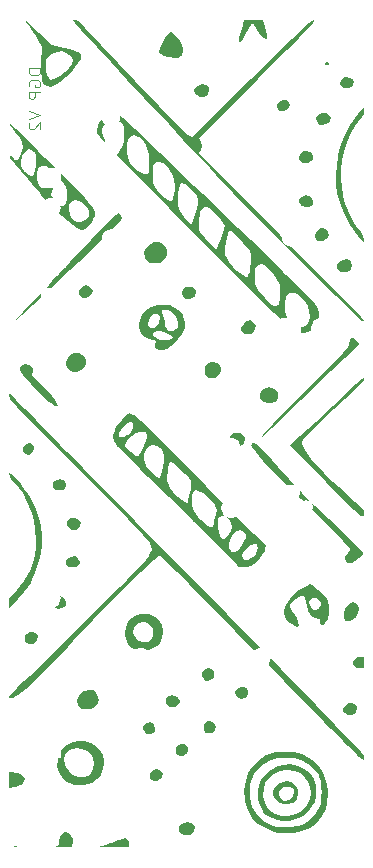
<source format=gbo>
%TF.GenerationSoftware,KiCad,Pcbnew,8.0.5*%
%TF.CreationDate,2024-11-23T17:52:30+00:00*%
%TF.ProjectId,DataGadget,44617461-4761-4646-9765-742e6b696361,rev?*%
%TF.SameCoordinates,Original*%
%TF.FileFunction,Legend,Bot*%
%TF.FilePolarity,Positive*%
%FSLAX46Y46*%
G04 Gerber Fmt 4.6, Leading zero omitted, Abs format (unit mm)*
G04 Created by KiCad (PCBNEW 8.0.5) date 2024-11-23 17:52:30*
%MOMM*%
%LPD*%
G01*
G04 APERTURE LIST*
%ADD10C,0.100000*%
%ADD11C,0.000000*%
%ADD12R,1.700000X1.700000*%
%ADD13O,1.700000X1.700000*%
%ADD14C,1.524000*%
%ADD15O,1.600000X1.200000*%
%ADD16O,1.200000X1.200000*%
G04 APERTURE END LIST*
D10*
X80372419Y-77100877D02*
X79372419Y-77100877D01*
X79372419Y-77100877D02*
X79372419Y-77338972D01*
X79372419Y-77338972D02*
X79420038Y-77481829D01*
X79420038Y-77481829D02*
X79515276Y-77577067D01*
X79515276Y-77577067D02*
X79610514Y-77624686D01*
X79610514Y-77624686D02*
X79800990Y-77672305D01*
X79800990Y-77672305D02*
X79943847Y-77672305D01*
X79943847Y-77672305D02*
X80134323Y-77624686D01*
X80134323Y-77624686D02*
X80229561Y-77577067D01*
X80229561Y-77577067D02*
X80324800Y-77481829D01*
X80324800Y-77481829D02*
X80372419Y-77338972D01*
X80372419Y-77338972D02*
X80372419Y-77100877D01*
X79420038Y-78624686D02*
X79372419Y-78529448D01*
X79372419Y-78529448D02*
X79372419Y-78386591D01*
X79372419Y-78386591D02*
X79420038Y-78243734D01*
X79420038Y-78243734D02*
X79515276Y-78148496D01*
X79515276Y-78148496D02*
X79610514Y-78100877D01*
X79610514Y-78100877D02*
X79800990Y-78053258D01*
X79800990Y-78053258D02*
X79943847Y-78053258D01*
X79943847Y-78053258D02*
X80134323Y-78100877D01*
X80134323Y-78100877D02*
X80229561Y-78148496D01*
X80229561Y-78148496D02*
X80324800Y-78243734D01*
X80324800Y-78243734D02*
X80372419Y-78386591D01*
X80372419Y-78386591D02*
X80372419Y-78481829D01*
X80372419Y-78481829D02*
X80324800Y-78624686D01*
X80324800Y-78624686D02*
X80277180Y-78672305D01*
X80277180Y-78672305D02*
X79943847Y-78672305D01*
X79943847Y-78672305D02*
X79943847Y-78481829D01*
X80372419Y-79100877D02*
X79372419Y-79100877D01*
X79372419Y-79100877D02*
X79372419Y-79481829D01*
X79372419Y-79481829D02*
X79420038Y-79577067D01*
X79420038Y-79577067D02*
X79467657Y-79624686D01*
X79467657Y-79624686D02*
X79562895Y-79672305D01*
X79562895Y-79672305D02*
X79705752Y-79672305D01*
X79705752Y-79672305D02*
X79800990Y-79624686D01*
X79800990Y-79624686D02*
X79848609Y-79577067D01*
X79848609Y-79577067D02*
X79896228Y-79481829D01*
X79896228Y-79481829D02*
X79896228Y-79100877D01*
X79372419Y-80719925D02*
X80372419Y-81053258D01*
X80372419Y-81053258D02*
X79372419Y-81386591D01*
X79467657Y-81672306D02*
X79420038Y-81719925D01*
X79420038Y-81719925D02*
X79372419Y-81815163D01*
X79372419Y-81815163D02*
X79372419Y-82053258D01*
X79372419Y-82053258D02*
X79420038Y-82148496D01*
X79420038Y-82148496D02*
X79467657Y-82196115D01*
X79467657Y-82196115D02*
X79562895Y-82243734D01*
X79562895Y-82243734D02*
X79658133Y-82243734D01*
X79658133Y-82243734D02*
X79800990Y-82196115D01*
X79800990Y-82196115D02*
X80372419Y-81624687D01*
X80372419Y-81624687D02*
X80372419Y-82243734D01*
D11*
%TO.C,G\u002A\u002A\u002A*%
G36*
X104756722Y-76566278D02*
G01*
X104809758Y-76706496D01*
X104732495Y-76819317D01*
X104638000Y-76842667D01*
X104500683Y-76793530D01*
X104468666Y-76724725D01*
X104529968Y-76603906D01*
X104657735Y-76540093D01*
X104756722Y-76566278D01*
G37*
G36*
X78526296Y-142989068D02*
G01*
X78537611Y-142990210D01*
X78617727Y-143005910D01*
X78545189Y-143017819D01*
X78336668Y-143023864D01*
X78264333Y-143024217D01*
X78017175Y-143020487D01*
X77894906Y-143009986D01*
X77917469Y-142994795D01*
X77944944Y-142990893D01*
X78224927Y-142976679D01*
X78526296Y-142989068D01*
G37*
G36*
X107753725Y-127409833D02*
G01*
X107779117Y-127896667D01*
X107478558Y-127896667D01*
X107172413Y-127835584D01*
X107008666Y-127727333D01*
X106862956Y-127522008D01*
X106871757Y-127322916D01*
X106989378Y-127137461D01*
X107221800Y-126978568D01*
X107433878Y-126937582D01*
X107728333Y-126923000D01*
X107753725Y-127409833D01*
G37*
G36*
X77946833Y-136702472D02*
G01*
X78364033Y-136747113D01*
X78699932Y-136868386D01*
X78930122Y-137050048D01*
X79030195Y-137275860D01*
X79020046Y-137416572D01*
X78900145Y-137650540D01*
X78664108Y-137812669D01*
X78291071Y-137915526D01*
X78158500Y-137935512D01*
X77714000Y-137993815D01*
X77714000Y-137347907D01*
X77714000Y-136702000D01*
X77946833Y-136702472D01*
G37*
G36*
X89884613Y-132538799D02*
G01*
X90026272Y-132714819D01*
X90080047Y-132945159D01*
X90033147Y-133178251D01*
X89887161Y-133352866D01*
X89622248Y-133472222D01*
X89379129Y-133429293D01*
X89187970Y-133282334D01*
X89053292Y-133055762D01*
X89063476Y-132826945D01*
X89198109Y-132630492D01*
X89436780Y-132501013D01*
X89667859Y-132468667D01*
X89884613Y-132538799D01*
G37*
G36*
X79999630Y-124900946D02*
G01*
X80141653Y-125098278D01*
X80169333Y-125267807D01*
X80095306Y-125531059D01*
X79905681Y-125729121D01*
X79649144Y-125837845D01*
X79374380Y-125833089D01*
X79197737Y-125749651D01*
X79072375Y-125565855D01*
X79041052Y-125317276D01*
X79103292Y-125079632D01*
X79202722Y-124960005D01*
X79492230Y-124819730D01*
X79770511Y-124804070D01*
X79999630Y-124900946D01*
G37*
G36*
X90495813Y-136509188D02*
G01*
X90683939Y-136666991D01*
X90751766Y-136882763D01*
X90684254Y-137117859D01*
X90529581Y-137288521D01*
X90238798Y-137439585D01*
X89961143Y-137439770D01*
X89803731Y-137358167D01*
X89645861Y-137147899D01*
X89623780Y-136909719D01*
X89719071Y-136685671D01*
X89913316Y-136517800D01*
X90188096Y-136448151D01*
X90202430Y-136448000D01*
X90495813Y-136509188D01*
G37*
G36*
X90495813Y-136509188D02*
G01*
X90683939Y-136666991D01*
X90751766Y-136882763D01*
X90684254Y-137117859D01*
X90529581Y-137288521D01*
X90238798Y-137439585D01*
X89961143Y-137439770D01*
X89803731Y-137358167D01*
X89645861Y-137147899D01*
X89623780Y-136909719D01*
X89719071Y-136685671D01*
X89913316Y-136517800D01*
X90188096Y-136448151D01*
X90202430Y-136448000D01*
X90495813Y-136509188D01*
G37*
G36*
X94874634Y-127939664D02*
G01*
X95031981Y-128126597D01*
X95069370Y-128351533D01*
X95038671Y-128620187D01*
X94924731Y-128792374D01*
X94758732Y-128899992D01*
X94539302Y-128986348D01*
X94373629Y-128952943D01*
X94224000Y-128828000D01*
X94080134Y-128585416D01*
X94070326Y-128322709D01*
X94176140Y-128086334D01*
X94379145Y-127922749D01*
X94601933Y-127875500D01*
X94874634Y-127939664D01*
G37*
G36*
X95001338Y-132423741D02*
G01*
X95177442Y-132598102D01*
X95241893Y-132834562D01*
X95177484Y-133088827D01*
X95070666Y-133230667D01*
X94864225Y-133354296D01*
X94617086Y-133396754D01*
X94400950Y-133351976D01*
X94325840Y-133293693D01*
X94188515Y-133023240D01*
X94191050Y-132753614D01*
X94315433Y-132526532D01*
X94543651Y-132383713D01*
X94730790Y-132355778D01*
X95001338Y-132423741D01*
G37*
G36*
X97851723Y-129562583D02*
G01*
X97985247Y-129806248D01*
X97985790Y-129808398D01*
X97983213Y-130090432D01*
X97847452Y-130313794D01*
X97612671Y-130445662D01*
X97314333Y-130453476D01*
X97042360Y-130334086D01*
X96890503Y-130136134D01*
X96870352Y-129900578D01*
X96993497Y-129668379D01*
X97071751Y-129596145D01*
X97357289Y-129448780D01*
X97629841Y-129440509D01*
X97851723Y-129562583D01*
G37*
G36*
X101170176Y-79807454D02*
G01*
X101402484Y-79967612D01*
X101476029Y-80180719D01*
X101386425Y-80431220D01*
X101357690Y-80472341D01*
X101155757Y-80646081D01*
X100909800Y-80728346D01*
X100674655Y-80713054D01*
X100505162Y-80594126D01*
X100489651Y-80568594D01*
X100410785Y-80279873D01*
X100470068Y-80026203D01*
X100637550Y-79841079D01*
X100883283Y-79757997D01*
X101170176Y-79807454D01*
G37*
G36*
X103122159Y-87913569D02*
G01*
X103327486Y-88078417D01*
X103439041Y-88302090D01*
X103434386Y-88542799D01*
X103319619Y-88732286D01*
X103104965Y-88842060D01*
X102826613Y-88857879D01*
X102559632Y-88782828D01*
X102436666Y-88696000D01*
X102289143Y-88455521D01*
X102287428Y-88213017D01*
X102412921Y-88007009D01*
X102647024Y-87876014D01*
X102845500Y-87849333D01*
X103122159Y-87913569D01*
G37*
G36*
X103194356Y-84143447D02*
G01*
X103335587Y-84250249D01*
X103448847Y-84516843D01*
X103420632Y-84767996D01*
X103278092Y-84972785D01*
X103048376Y-85100285D01*
X102758635Y-85119575D01*
X102606000Y-85081243D01*
X102386464Y-84926315D01*
X102283520Y-84694454D01*
X102308141Y-84441087D01*
X102440877Y-84247189D01*
X102669069Y-84125483D01*
X102942870Y-84090980D01*
X103194356Y-84143447D01*
G37*
G36*
X79674622Y-108912250D02*
G01*
X79803958Y-109078777D01*
X79831164Y-109300910D01*
X79747825Y-109533314D01*
X79607581Y-109687188D01*
X79426005Y-109819127D01*
X79302772Y-109849495D01*
X79165515Y-109784371D01*
X79087505Y-109730866D01*
X78930288Y-109537938D01*
X78904191Y-109309056D01*
X78991084Y-109088251D01*
X79172836Y-108919557D01*
X79431318Y-108847007D01*
X79451572Y-108846667D01*
X79674622Y-108912250D01*
G37*
G36*
X82060027Y-121785782D02*
G01*
X82311000Y-121865587D01*
X82472813Y-121995384D01*
X82552133Y-122250253D01*
X82496799Y-122496498D01*
X82339595Y-122700251D01*
X82113309Y-122827646D01*
X81850727Y-122844816D01*
X81700019Y-122793647D01*
X81493129Y-122612775D01*
X81402698Y-122373176D01*
X81423836Y-122123430D01*
X81551653Y-121912118D01*
X81781258Y-121787824D01*
X81801702Y-121783506D01*
X82060027Y-121785782D01*
G37*
G36*
X83521422Y-118525996D02*
G01*
X83593532Y-118602172D01*
X83709749Y-118829025D01*
X83683464Y-119015809D01*
X83556000Y-119176000D01*
X83353225Y-119291462D01*
X83083778Y-119344072D01*
X82820719Y-119328420D01*
X82641600Y-119243733D01*
X82546340Y-119043101D01*
X82561351Y-118799449D01*
X82677122Y-118589449D01*
X82728172Y-118545801D01*
X83000494Y-118430165D01*
X83285251Y-118424889D01*
X83521422Y-118525996D01*
G37*
G36*
X84473837Y-95527057D02*
G01*
X84686207Y-95670198D01*
X84812528Y-95853716D01*
X84826000Y-95930279D01*
X84757988Y-96109430D01*
X84589656Y-96306146D01*
X84374562Y-96467308D01*
X84219503Y-96531816D01*
X83990604Y-96527875D01*
X83817337Y-96408004D01*
X83670763Y-96163380D01*
X83664267Y-95904281D01*
X83778714Y-95673888D01*
X83994966Y-95515381D01*
X84233333Y-95469333D01*
X84473837Y-95527057D01*
G37*
G36*
X93256060Y-95641624D02*
G01*
X93408972Y-95714458D01*
X93529273Y-95910897D01*
X93535043Y-96153712D01*
X93431645Y-96369698D01*
X93356166Y-96435314D01*
X93009943Y-96594443D01*
X92708581Y-96599314D01*
X92551833Y-96525801D01*
X92409545Y-96337222D01*
X92359479Y-96084437D01*
X92406387Y-95840486D01*
X92499027Y-95714458D01*
X92704703Y-95628517D01*
X92984807Y-95604239D01*
X93256060Y-95641624D01*
G37*
G36*
X94411632Y-78506934D02*
G01*
X94603291Y-78672999D01*
X94665987Y-78948426D01*
X94665656Y-78967221D01*
X94587744Y-79258476D01*
X94398761Y-79455862D01*
X94137414Y-79544505D01*
X93842408Y-79509533D01*
X93600418Y-79376521D01*
X93436493Y-79186867D01*
X93377333Y-79001667D01*
X93453397Y-78786338D01*
X93647954Y-78598369D01*
X93910557Y-78476595D01*
X94092235Y-78451333D01*
X94411632Y-78506934D01*
G37*
G36*
X98386280Y-98533018D02*
G01*
X98548860Y-98759702D01*
X98590175Y-98901497D01*
X98570158Y-99173454D01*
X98425576Y-99397649D01*
X98199323Y-99551439D01*
X97934294Y-99612183D01*
X97673383Y-99557237D01*
X97535531Y-99458198D01*
X97382176Y-99222942D01*
X97392870Y-98979637D01*
X97568624Y-98716849D01*
X97604153Y-98680154D01*
X97881887Y-98486052D01*
X98153276Y-98439404D01*
X98386280Y-98533018D01*
G37*
G36*
X104545666Y-90718857D02*
G01*
X104734471Y-90918495D01*
X104807317Y-91201853D01*
X104807333Y-91206360D01*
X104736980Y-91413802D01*
X104557561Y-91583175D01*
X104316537Y-91698315D01*
X104061366Y-91743058D01*
X103839508Y-91701238D01*
X103709645Y-91580233D01*
X103629924Y-91278381D01*
X103693721Y-90996483D01*
X103876463Y-90774983D01*
X104153580Y-90654327D01*
X104278822Y-90643333D01*
X104545666Y-90718857D01*
G37*
G36*
X106547351Y-93324293D02*
G01*
X106703306Y-93499920D01*
X106754646Y-93804999D01*
X106754666Y-93812767D01*
X106681748Y-94071873D01*
X106491828Y-94259321D01*
X106228159Y-94358154D01*
X105933993Y-94351418D01*
X105672838Y-94236866D01*
X105510049Y-94044596D01*
X105485546Y-93822915D01*
X105579631Y-93603363D01*
X105772606Y-93417479D01*
X106044774Y-93296803D01*
X106277924Y-93268000D01*
X106547351Y-93324293D01*
G37*
G36*
X106590310Y-77889280D02*
G01*
X106803716Y-78037688D01*
X106917407Y-78233521D01*
X106924000Y-78291824D01*
X106849828Y-78508462D01*
X106661356Y-78671882D01*
X106409648Y-78765310D01*
X106145769Y-78771970D01*
X105920783Y-78675090D01*
X105878788Y-78635166D01*
X105758401Y-78401703D01*
X105780627Y-78167034D01*
X105923571Y-77970094D01*
X106165339Y-77849815D01*
X106331333Y-77830444D01*
X106590310Y-77889280D01*
G37*
G36*
X106994596Y-130883766D02*
G01*
X107139001Y-131099498D01*
X107178000Y-131348699D01*
X107106374Y-131603736D01*
X106922496Y-131783469D01*
X106672865Y-131871515D01*
X106403981Y-131851489D01*
X106162343Y-131707010D01*
X106162000Y-131706667D01*
X106020496Y-131508348D01*
X106023039Y-131315023D01*
X106173540Y-131092465D01*
X106240153Y-131022820D01*
X106512194Y-130833969D01*
X106774667Y-130791437D01*
X106994596Y-130883766D01*
G37*
G36*
X83276752Y-115140705D02*
G01*
X83588196Y-115230185D01*
X83758625Y-115385557D01*
X83810000Y-115624222D01*
X83736195Y-115857734D01*
X83552741Y-116066486D01*
X83316580Y-116195361D01*
X83202066Y-116212667D01*
X83033899Y-116155579D01*
X82844855Y-116016946D01*
X82832484Y-116004848D01*
X82657764Y-115749729D01*
X82652094Y-115501957D01*
X82803531Y-115271802D01*
X82985225Y-115146960D01*
X83212023Y-115131653D01*
X83276752Y-115140705D01*
G37*
G36*
X92730042Y-134403606D02*
G01*
X92767733Y-134432933D01*
X92857964Y-134628512D01*
X92849755Y-134881942D01*
X92749906Y-135118416D01*
X92700000Y-135178000D01*
X92445619Y-135323336D01*
X92153211Y-135319754D01*
X92001500Y-135255885D01*
X91887713Y-135103987D01*
X91846243Y-134871220D01*
X91875756Y-134629194D01*
X91974916Y-134449516D01*
X92017100Y-134418979D01*
X92257471Y-134345580D01*
X92521405Y-134340944D01*
X92730042Y-134403606D01*
G37*
G36*
X93086076Y-140973079D02*
G01*
X93313657Y-141118194D01*
X93445668Y-141335693D01*
X93462000Y-141456561D01*
X93387056Y-141698034D01*
X93192556Y-141884206D01*
X92923991Y-141997620D01*
X92626856Y-142020817D01*
X92346643Y-141936341D01*
X92295505Y-141904199D01*
X92144397Y-141706470D01*
X92113445Y-141449379D01*
X92204096Y-141194317D01*
X92276666Y-141104667D01*
X92522906Y-140953053D01*
X92807601Y-140913611D01*
X93086076Y-140973079D01*
G37*
G36*
X97293890Y-107993734D02*
G01*
X97547151Y-108115085D01*
X97698488Y-108304632D01*
X97730965Y-108583095D01*
X97630749Y-108822160D01*
X97433473Y-109000854D01*
X97174771Y-109098199D01*
X96890278Y-109093222D01*
X96615629Y-108964946D01*
X96598966Y-108951840D01*
X96459221Y-108747725D01*
X96405884Y-108479241D01*
X96448512Y-108225492D01*
X96500671Y-108138240D01*
X96713592Y-107997385D01*
X96997018Y-107951859D01*
X97293890Y-107993734D01*
G37*
G36*
X83616486Y-101191582D02*
G01*
X83897862Y-101332063D01*
X84104524Y-101574886D01*
X84205602Y-101886806D01*
X84191408Y-102156138D01*
X84047281Y-102454253D01*
X83791776Y-102674972D01*
X83473245Y-102795702D01*
X83140039Y-102793852D01*
X82963333Y-102729951D01*
X82707226Y-102515935D01*
X82579260Y-102237575D01*
X82571648Y-101931512D01*
X82676604Y-101634385D01*
X82886344Y-101382836D01*
X83193080Y-101213505D01*
X83291267Y-101186690D01*
X83616486Y-101191582D01*
G37*
G36*
X95327191Y-102053624D02*
G01*
X95552692Y-102225847D01*
X95658981Y-102471360D01*
X95633155Y-102756187D01*
X95462311Y-103046353D01*
X95415846Y-103095846D01*
X95138046Y-103285398D01*
X94839492Y-103347621D01*
X94566635Y-103278680D01*
X94438003Y-103176582D01*
X94328173Y-102963403D01*
X94278258Y-102670756D01*
X94277926Y-102660121D01*
X94333061Y-102329091D01*
X94516344Y-102107852D01*
X94824315Y-101999641D01*
X94995379Y-101988667D01*
X95327191Y-102053624D01*
G37*
G36*
X100014937Y-104139522D02*
G01*
X100279739Y-104300302D01*
X100450474Y-104575863D01*
X100500413Y-104949480D01*
X100499083Y-104973167D01*
X100409224Y-105199746D01*
X100202182Y-105362408D01*
X99921403Y-105450834D01*
X99610331Y-105454702D01*
X99312412Y-105363693D01*
X99188418Y-105284521D01*
X99001955Y-105045105D01*
X98953157Y-104763507D01*
X99036471Y-104487897D01*
X99246344Y-104266443D01*
X99310055Y-104229202D01*
X99682799Y-104110247D01*
X100014937Y-104139522D01*
G37*
G36*
X104544738Y-80895758D02*
G01*
X104790854Y-81039168D01*
X104864265Y-81128732D01*
X104947717Y-81288427D01*
X104928564Y-81421156D01*
X104854976Y-81545446D01*
X104679025Y-81732680D01*
X104501060Y-81841779D01*
X104322764Y-81901102D01*
X104186750Y-81902443D01*
X104032534Y-81865915D01*
X103885727Y-81752635D01*
X103775333Y-81545364D01*
X103730487Y-81319292D01*
X103763557Y-81171822D01*
X103977573Y-80964180D01*
X104255806Y-80871460D01*
X104544738Y-80895758D01*
G37*
G36*
X82274537Y-111917914D02*
G01*
X82430541Y-111998871D01*
X82431823Y-112000500D01*
X82559044Y-112249630D01*
X82525383Y-112482617D01*
X82444457Y-112608929D01*
X82257255Y-112771759D01*
X82004312Y-112825265D01*
X81958121Y-112826000D01*
X81722897Y-112800235D01*
X81555912Y-112736962D01*
X81540933Y-112724400D01*
X81450671Y-112529728D01*
X81459778Y-112283924D01*
X81561983Y-112068198D01*
X81594166Y-112034789D01*
X81784367Y-111938819D01*
X82035152Y-111898879D01*
X82274537Y-111917914D01*
G37*
G36*
X84794062Y-129732329D02*
G01*
X85046886Y-129922709D01*
X85203134Y-130197695D01*
X85290220Y-130560455D01*
X85225642Y-130864059D01*
X85002845Y-131136625D01*
X84979596Y-131156583D01*
X84667782Y-131321521D01*
X84297529Y-131376187D01*
X83934163Y-131318754D01*
X83694418Y-131192521D01*
X83520919Y-130961320D01*
X83476954Y-130673768D01*
X83551594Y-130368088D01*
X83733912Y-130082505D01*
X84012978Y-129855239D01*
X84087966Y-129816057D01*
X84473383Y-129696423D01*
X84794062Y-129732329D01*
G37*
G36*
X91792155Y-130222562D02*
G01*
X91984241Y-130366673D01*
X92016521Y-130405751D01*
X92154194Y-130606350D01*
X92170766Y-130752042D01*
X92062525Y-130909955D01*
X91984181Y-130990848D01*
X91729739Y-131154183D01*
X91452953Y-131191681D01*
X91208317Y-131099893D01*
X91146788Y-131043833D01*
X91040635Y-130834954D01*
X91010724Y-130577527D01*
X91061114Y-130351590D01*
X91108266Y-130284267D01*
X91255731Y-130216834D01*
X91485657Y-130183445D01*
X91525454Y-130182667D01*
X91792155Y-130222562D01*
G37*
G36*
X106934301Y-122273223D02*
G01*
X107044578Y-122339007D01*
X107253960Y-122566960D01*
X107334657Y-122867278D01*
X107287510Y-123203257D01*
X107113362Y-123538191D01*
X107014332Y-123657268D01*
X106760586Y-123847673D01*
X106492190Y-123919478D01*
X106254851Y-123866025D01*
X106155433Y-123782421D01*
X106058895Y-123544351D01*
X106071539Y-123236891D01*
X106178186Y-122905577D01*
X106363659Y-122595947D01*
X106612779Y-122353536D01*
X106637244Y-122336939D01*
X106800346Y-122251865D01*
X106934301Y-122273223D01*
G37*
G36*
X82799934Y-141856222D02*
G01*
X82995722Y-142059443D01*
X83097445Y-142362492D01*
X83088305Y-142736200D01*
X83085441Y-142751965D01*
X83029154Y-143052000D01*
X82297744Y-143050752D01*
X81953134Y-143047662D01*
X81756230Y-143036796D01*
X81685438Y-143013577D01*
X81719159Y-142973430D01*
X81778000Y-142940635D01*
X81914128Y-142844561D01*
X81966803Y-142705650D01*
X81963361Y-142481355D01*
X82000886Y-142145062D01*
X82158527Y-141907475D01*
X82418678Y-141790445D01*
X82526877Y-141782000D01*
X82799934Y-141856222D01*
G37*
G36*
X87711882Y-142366579D02*
G01*
X87833196Y-142569760D01*
X87874000Y-142834767D01*
X87874000Y-143052000D01*
X86498166Y-143044946D01*
X85991790Y-143041802D01*
X85639042Y-143037003D01*
X85424216Y-143028446D01*
X85331609Y-143014029D01*
X85345514Y-142991649D01*
X85450226Y-142959203D01*
X85592483Y-142923698D01*
X85908342Y-142833874D01*
X86299645Y-142704325D01*
X86686083Y-142561767D01*
X86716520Y-142549752D01*
X87040837Y-142428508D01*
X87320700Y-142337484D01*
X87506891Y-142292309D01*
X87534558Y-142290000D01*
X87711882Y-142366579D01*
G37*
G36*
X90688822Y-91856055D02*
G01*
X90920966Y-92100659D01*
X90924309Y-92106105D01*
X91074716Y-92490669D01*
X91067629Y-92870455D01*
X90904884Y-93215109D01*
X90853471Y-93277542D01*
X90660916Y-93453690D01*
X90444692Y-93542216D01*
X90197304Y-93574447D01*
X89910500Y-93576966D01*
X89667421Y-93547949D01*
X89593435Y-93525790D01*
X89331925Y-93338434D01*
X89194040Y-93076779D01*
X89172030Y-92773367D01*
X89258148Y-92460737D01*
X89444644Y-92171432D01*
X89723770Y-91937992D01*
X90000647Y-91815673D01*
X90384202Y-91761737D01*
X90688822Y-91856055D01*
G37*
G36*
X90688822Y-91856055D02*
G01*
X90920966Y-92100659D01*
X90924309Y-92106105D01*
X91074716Y-92490669D01*
X91067629Y-92870455D01*
X90904884Y-93215109D01*
X90853471Y-93277542D01*
X90660916Y-93453690D01*
X90444692Y-93542216D01*
X90197304Y-93574447D01*
X89910500Y-93576966D01*
X89667421Y-93547949D01*
X89593435Y-93525790D01*
X89331925Y-93338434D01*
X89194040Y-93076779D01*
X89172030Y-92773367D01*
X89258148Y-92460737D01*
X89444644Y-92171432D01*
X89723770Y-91937992D01*
X90000647Y-91815673D01*
X90384202Y-91761737D01*
X90688822Y-91856055D01*
G37*
G36*
X91559367Y-74113171D02*
G01*
X91770903Y-74279824D01*
X91993354Y-74508333D01*
X92186393Y-74758407D01*
X92288098Y-74936940D01*
X92415883Y-75334367D01*
X92435445Y-75698433D01*
X92347185Y-75988898D01*
X92276666Y-76080667D01*
X92058896Y-76206694D01*
X91741266Y-76236965D01*
X91304133Y-76172932D01*
X91236748Y-76157580D01*
X90869354Y-76043509D01*
X90593019Y-75902888D01*
X90438210Y-75753576D01*
X90415859Y-75676326D01*
X90460767Y-75467762D01*
X90576068Y-75187711D01*
X90738743Y-74874275D01*
X90925774Y-74565561D01*
X91114145Y-74299673D01*
X91280837Y-74114715D01*
X91399073Y-74048667D01*
X91559367Y-74113171D01*
G37*
G36*
X99373866Y-73561833D02*
G01*
X99483767Y-73930020D01*
X99544468Y-74252240D01*
X99553061Y-74495614D01*
X99506640Y-74627262D01*
X99469290Y-74641333D01*
X99333683Y-74570595D01*
X99139334Y-74374450D01*
X98907001Y-74076999D01*
X98657445Y-73702343D01*
X98649650Y-73689744D01*
X98494668Y-73445085D01*
X98376208Y-73270041D01*
X98319598Y-73202014D01*
X98319363Y-73202000D01*
X98270704Y-73272027D01*
X98167055Y-73458242D01*
X98028083Y-73724849D01*
X97982104Y-73815833D01*
X97723417Y-74305396D01*
X97512138Y-74650217D01*
X97351079Y-74847158D01*
X97243049Y-74893080D01*
X97190859Y-74784843D01*
X97186262Y-74704833D01*
X97209877Y-74540562D01*
X97273890Y-74264025D01*
X97366506Y-73924046D01*
X97411274Y-73773500D01*
X97637357Y-73032667D01*
X98412687Y-73032667D01*
X99188018Y-73032667D01*
X99373866Y-73561833D01*
G37*
G36*
X79442864Y-102234514D02*
G01*
X79622390Y-102365360D01*
X79759162Y-102533206D01*
X79778977Y-102683537D01*
X79745541Y-102794205D01*
X79683751Y-102972492D01*
X79661333Y-103064595D01*
X79718724Y-103137693D01*
X79876913Y-103306821D01*
X80114921Y-103550344D01*
X80411771Y-103846630D01*
X80580718Y-104012702D01*
X81012546Y-104454652D01*
X81371071Y-104861091D01*
X81641828Y-105213336D01*
X81810351Y-105492705D01*
X81862666Y-105668294D01*
X81801947Y-105718403D01*
X81641231Y-105674019D01*
X81412678Y-105546515D01*
X81303869Y-105470674D01*
X81122989Y-105319770D01*
X80858181Y-105076368D01*
X80541737Y-104771128D01*
X80205949Y-104434707D01*
X80122296Y-104348841D01*
X79610636Y-103812861D01*
X79216095Y-103378757D01*
X78930891Y-103034066D01*
X78747242Y-102766322D01*
X78657365Y-102563064D01*
X78653478Y-102411826D01*
X78727800Y-102300145D01*
X78809100Y-102245645D01*
X79129644Y-102161559D01*
X79442864Y-102234514D01*
G37*
G36*
X107767142Y-80681541D02*
G01*
X107731522Y-80950268D01*
X107597468Y-81201368D01*
X107495500Y-81329804D01*
X107025584Y-81983525D01*
X106611739Y-82762371D01*
X106271006Y-83626692D01*
X106020429Y-84536840D01*
X105943215Y-84941075D01*
X105861192Y-85664488D01*
X105839345Y-86427235D01*
X105875555Y-87176389D01*
X105967705Y-87859027D01*
X106078206Y-88315000D01*
X106299664Y-88905760D01*
X106606344Y-89551159D01*
X106963952Y-90185881D01*
X107338193Y-90744611D01*
X107389605Y-90812587D01*
X107602803Y-91107909D01*
X107718752Y-91324787D01*
X107757711Y-91506701D01*
X107754827Y-91596326D01*
X107728333Y-91871000D01*
X107262090Y-91307989D01*
X106570624Y-90348779D01*
X106035815Y-89327865D01*
X105653525Y-88236620D01*
X105523035Y-87685562D01*
X105427980Y-86970439D01*
X105404158Y-86166980D01*
X105448673Y-85339094D01*
X105558631Y-84550691D01*
X105690100Y-83997000D01*
X106091646Y-82884453D01*
X106608712Y-81868303D01*
X107230559Y-80968561D01*
X107461919Y-80695000D01*
X107763617Y-80356333D01*
X107767142Y-80681541D01*
G37*
G36*
X106929623Y-99957798D02*
G01*
X107166248Y-100151608D01*
X107239503Y-100227391D01*
X107428007Y-100428997D01*
X103735511Y-103939332D01*
X103057953Y-104582999D01*
X102404680Y-105202703D01*
X101788161Y-105786676D01*
X101220863Y-106323148D01*
X100715252Y-106800352D01*
X100283798Y-107206519D01*
X99938966Y-107529881D01*
X99693225Y-107758670D01*
X99568199Y-107873000D01*
X99093381Y-108296333D01*
X99382709Y-107915333D01*
X99501512Y-107777714D01*
X99727003Y-107534680D01*
X100045698Y-107200117D01*
X100444115Y-106787912D01*
X100908770Y-106311951D01*
X101426182Y-105786120D01*
X101982868Y-105224308D01*
X102465375Y-104740333D01*
X103261957Y-103943065D01*
X103946802Y-103256133D01*
X104528284Y-102670516D01*
X105014777Y-102177190D01*
X105414657Y-101767131D01*
X105736299Y-101431318D01*
X105988076Y-101160726D01*
X106178363Y-100946333D01*
X106315536Y-100779116D01*
X106407968Y-100650051D01*
X106464035Y-100550116D01*
X106492111Y-100470287D01*
X106500570Y-100401542D01*
X106500666Y-100392608D01*
X106541094Y-100157833D01*
X106613202Y-100004462D01*
X106749766Y-99910347D01*
X106929623Y-99957798D01*
G37*
G36*
X101605185Y-137548562D02*
G01*
X101897449Y-137740109D01*
X101974949Y-137822801D01*
X102109141Y-138007334D01*
X102168174Y-138186552D01*
X102171258Y-138434126D01*
X102163170Y-138544620D01*
X102090319Y-138932812D01*
X101933510Y-139186879D01*
X101670129Y-139330524D01*
X101364231Y-139382123D01*
X101025015Y-139375088D01*
X100731971Y-139311306D01*
X100693819Y-139295674D01*
X100450994Y-139140008D01*
X100249319Y-138944216D01*
X100089906Y-138636766D01*
X100083232Y-138506151D01*
X100574000Y-138506151D01*
X100633437Y-138833716D01*
X100798076Y-139038772D01*
X101047402Y-139112256D01*
X101360905Y-139045104D01*
X101558980Y-138941354D01*
X101757020Y-138732391D01*
X101855501Y-138454641D01*
X101832649Y-138177670D01*
X101812725Y-138130737D01*
X101711320Y-137998360D01*
X101541646Y-137929928D01*
X101317271Y-137904043D01*
X100952830Y-137936187D01*
X100708309Y-138085518D01*
X100587252Y-138349164D01*
X100574000Y-138506151D01*
X100083232Y-138506151D01*
X100074478Y-138334813D01*
X100178027Y-138054606D01*
X100375546Y-137812397D01*
X100642028Y-137624437D01*
X100952467Y-137506977D01*
X101281855Y-137476269D01*
X101605185Y-137548562D01*
G37*
G36*
X77825196Y-111379645D02*
G01*
X77919252Y-111432583D01*
X78130817Y-111612524D01*
X78402468Y-111903612D01*
X78707128Y-112271817D01*
X79017718Y-112683109D01*
X79307161Y-113103457D01*
X79510635Y-113432589D01*
X79990203Y-114421053D01*
X80312678Y-115448236D01*
X80478000Y-116497454D01*
X80486109Y-117552023D01*
X80336943Y-118595260D01*
X80030443Y-119610480D01*
X79566548Y-120581000D01*
X79536702Y-120632348D01*
X79303518Y-120984532D01*
X78991014Y-121394561D01*
X78644167Y-121805288D01*
X78437260Y-122029348D01*
X77720463Y-122774333D01*
X77717231Y-122362817D01*
X77721436Y-122175737D01*
X77751107Y-122024914D01*
X77826722Y-121875126D01*
X77968754Y-121691149D01*
X78197680Y-121437761D01*
X78348582Y-121276735D01*
X78988534Y-120483693D01*
X79470674Y-119631111D01*
X79796786Y-118714458D01*
X79968656Y-117729201D01*
X79998529Y-117087948D01*
X79923669Y-116037176D01*
X79702328Y-115001096D01*
X79345327Y-114008580D01*
X78863484Y-113088504D01*
X78267621Y-112269741D01*
X78138111Y-112123304D01*
X77919365Y-111858405D01*
X77771786Y-111629766D01*
X77702289Y-111459211D01*
X77717786Y-111368563D01*
X77825196Y-111379645D01*
G37*
G36*
X89587245Y-123328870D02*
G01*
X90077858Y-123531864D01*
X90439248Y-123841663D01*
X90665822Y-124251176D01*
X90751987Y-124753313D01*
X90752666Y-124806333D01*
X90687782Y-125305170D01*
X90483946Y-125720924D01*
X90217259Y-126009537D01*
X89773739Y-126292192D01*
X89269460Y-126433579D01*
X88747475Y-126424259D01*
X88544015Y-126376415D01*
X88136489Y-126171290D01*
X87824762Y-125850132D01*
X87620101Y-125443635D01*
X87533774Y-124982493D01*
X87550511Y-124794878D01*
X88214772Y-124794878D01*
X88268858Y-125095068D01*
X88445143Y-125366060D01*
X88750833Y-125572861D01*
X88752696Y-125573674D01*
X89133058Y-125682293D01*
X89475943Y-125647254D01*
X89603233Y-125598192D01*
X89816869Y-125413972D01*
X89933580Y-125123070D01*
X89941114Y-124765452D01*
X89908318Y-124603277D01*
X89760572Y-124275858D01*
X89519239Y-124080678D01*
X89165630Y-124004232D01*
X89076314Y-124002000D01*
X88713657Y-124069051D01*
X88444377Y-124246877D01*
X88275680Y-124500483D01*
X88214772Y-124794878D01*
X87550511Y-124794878D01*
X87577050Y-124497399D01*
X87712798Y-124112201D01*
X87977577Y-123748650D01*
X88354068Y-123477612D01*
X88802637Y-123315651D01*
X89283652Y-123279328D01*
X89587245Y-123328870D01*
G37*
G36*
X87047298Y-89320786D02*
G01*
X87047657Y-89321008D01*
X87220659Y-89510384D01*
X87237663Y-89753386D01*
X87152520Y-89948979D01*
X87030648Y-90103081D01*
X86795356Y-90361336D01*
X86457627Y-90713020D01*
X86028449Y-91147409D01*
X85518805Y-91653778D01*
X84939683Y-92221405D01*
X84302066Y-92839563D01*
X83616941Y-93497530D01*
X82895294Y-94184581D01*
X82148108Y-94889992D01*
X81386371Y-95603038D01*
X80855476Y-96096252D01*
X80278328Y-96629615D01*
X79742198Y-97122976D01*
X79259190Y-97565347D01*
X78841414Y-97945739D01*
X78500974Y-98253162D01*
X78249978Y-98476627D01*
X78100532Y-98605146D01*
X78062416Y-98631460D01*
X78124423Y-98558273D01*
X78293765Y-98371764D01*
X78561393Y-98081611D01*
X78918262Y-97697492D01*
X79355323Y-97229087D01*
X79863530Y-96686074D01*
X80433837Y-96078132D01*
X81057195Y-95414940D01*
X81724559Y-94706175D01*
X82426881Y-93961517D01*
X82495878Y-93888426D01*
X83325136Y-93010672D01*
X84046397Y-92248886D01*
X84667336Y-91595369D01*
X85195626Y-91042418D01*
X85638942Y-90582333D01*
X86004958Y-90207415D01*
X86301348Y-89909962D01*
X86535786Y-89682274D01*
X86715947Y-89516650D01*
X86849504Y-89405390D01*
X86944132Y-89340793D01*
X87007506Y-89315159D01*
X87047298Y-89320786D01*
G37*
G36*
X84186017Y-134058065D02*
G01*
X84667858Y-134194569D01*
X85087508Y-134443259D01*
X85423063Y-134794090D01*
X85652620Y-135237020D01*
X85754277Y-135762007D01*
X85757333Y-135875993D01*
X85693316Y-136435556D01*
X85495322Y-136898026D01*
X85154435Y-137277711D01*
X84702599Y-137568427D01*
X84389092Y-137679083D01*
X83994075Y-137751848D01*
X83587724Y-137779565D01*
X83240214Y-137755075D01*
X83132118Y-137728636D01*
X82617407Y-137495819D01*
X82236049Y-137182921D01*
X82171691Y-137104256D01*
X81917075Y-136641522D01*
X81801016Y-136138784D01*
X81818299Y-135629779D01*
X81831124Y-135587308D01*
X82398046Y-135587308D01*
X82447446Y-136010400D01*
X82522846Y-136217275D01*
X82781638Y-136616818D01*
X83137235Y-136906052D01*
X83555436Y-137070430D01*
X84002039Y-137095401D01*
X84366099Y-137001380D01*
X84648598Y-136794896D01*
X84831670Y-136460131D01*
X84908602Y-136010501D01*
X84910666Y-135912907D01*
X84834330Y-135479553D01*
X84618879Y-135121264D01*
X84284647Y-134856099D01*
X83851968Y-134702117D01*
X83511338Y-134670131D01*
X83064905Y-134738502D01*
X82721037Y-134929036D01*
X82493997Y-135219413D01*
X82398046Y-135587308D01*
X81831124Y-135587308D01*
X81963706Y-135148243D01*
X82232023Y-134727912D01*
X82586371Y-134422087D01*
X83123370Y-134161781D01*
X83663886Y-134043788D01*
X84186017Y-134058065D01*
G37*
G36*
X98476537Y-108824146D02*
G01*
X98645448Y-108928818D01*
X98870809Y-109113893D01*
X99160684Y-109387124D01*
X99523138Y-109756269D01*
X99966234Y-110229080D01*
X100498037Y-110813313D01*
X101126610Y-111516724D01*
X101423859Y-111852333D01*
X102499143Y-113024278D01*
X103640160Y-114177626D01*
X104774068Y-115250058D01*
X105527432Y-115946649D01*
X106158082Y-116538475D01*
X106671654Y-117031221D01*
X107073788Y-117430573D01*
X107370123Y-117742216D01*
X107566295Y-117971835D01*
X107667944Y-118125115D01*
X107686000Y-118186234D01*
X107626385Y-118312841D01*
X107475248Y-118490594D01*
X107380260Y-118580234D01*
X107032491Y-118837415D01*
X106718534Y-118977986D01*
X106460245Y-118996870D01*
X106279479Y-118888989D01*
X106249645Y-118842899D01*
X106167182Y-118551720D01*
X106248021Y-118274518D01*
X106373666Y-118109665D01*
X106512277Y-117948651D01*
X106583002Y-117844100D01*
X106585333Y-117834687D01*
X106552283Y-117741697D01*
X106448522Y-117589309D01*
X106267135Y-117370234D01*
X106001205Y-117077183D01*
X105643816Y-116702867D01*
X105188053Y-116239997D01*
X104627000Y-115681284D01*
X103953740Y-115019439D01*
X103421341Y-114499979D01*
X102448791Y-113550671D01*
X101594229Y-112710342D01*
X100851776Y-111972509D01*
X100215555Y-111330689D01*
X99679687Y-110778401D01*
X99238296Y-110309161D01*
X98885503Y-109916486D01*
X98615431Y-109593896D01*
X98422202Y-109334906D01*
X98299939Y-109133035D01*
X98242762Y-108981799D01*
X98244796Y-108874717D01*
X98275809Y-108824991D01*
X98356012Y-108792122D01*
X98476537Y-108824146D01*
G37*
G36*
X101881845Y-136081057D02*
G01*
X102153444Y-136150832D01*
X102723929Y-136398608D01*
X103173097Y-136761494D01*
X103492897Y-137228728D01*
X103675280Y-137789548D01*
X103716961Y-138241319D01*
X103690874Y-138779751D01*
X103589495Y-139210967D01*
X103392188Y-139588022D01*
X103078316Y-139963969D01*
X103026199Y-140017217D01*
X102732723Y-140292064D01*
X102472672Y-140474301D01*
X102177705Y-140606663D01*
X101976804Y-140673384D01*
X101422054Y-140808280D01*
X100939661Y-140836388D01*
X100471175Y-140758449D01*
X100266834Y-140695078D01*
X99826753Y-140516286D01*
X99503770Y-140313651D01*
X99245973Y-140052823D01*
X99193116Y-139984575D01*
X98929033Y-139495989D01*
X98789449Y-138923811D01*
X98785673Y-138688295D01*
X99244835Y-138688295D01*
X99288734Y-138976922D01*
X99466625Y-139491436D01*
X99766454Y-139895283D01*
X100197687Y-140198602D01*
X100573451Y-140353481D01*
X100860142Y-140397152D01*
X101238489Y-140389289D01*
X101641365Y-140337197D01*
X102001644Y-140248178D01*
X102170054Y-140179767D01*
X102618230Y-139864987D01*
X102953108Y-139453903D01*
X103168215Y-138977078D01*
X103257080Y-138465073D01*
X103213230Y-137948448D01*
X103030193Y-137457766D01*
X102813166Y-137143023D01*
X102405332Y-136793645D01*
X101898477Y-136578832D01*
X101300233Y-136501628D01*
X101204885Y-136502067D01*
X100616432Y-136588460D01*
X100114121Y-136810029D01*
X99711878Y-137148784D01*
X99423632Y-137586739D01*
X99263309Y-138105905D01*
X99244835Y-138688295D01*
X98785673Y-138688295D01*
X98779521Y-138304575D01*
X98879152Y-137760333D01*
X99084046Y-137310667D01*
X99422162Y-136888487D01*
X99857519Y-136527847D01*
X100354134Y-136262799D01*
X100525862Y-136201949D01*
X101032747Y-136072436D01*
X101462916Y-136032824D01*
X101881845Y-136081057D01*
G37*
G36*
X107759531Y-103328783D02*
G01*
X107756269Y-103394381D01*
X107728034Y-103493472D01*
X107654019Y-103617916D01*
X107520637Y-103782079D01*
X107314304Y-104000331D01*
X107021433Y-104287037D01*
X106628438Y-104656568D01*
X106121734Y-105123289D01*
X106119666Y-105125182D01*
X105243421Y-105932192D01*
X104487990Y-106638137D01*
X103854703Y-107241704D01*
X103344888Y-107741583D01*
X102959875Y-108136460D01*
X102700994Y-108425025D01*
X102569574Y-108605965D01*
X102553962Y-108643520D01*
X102555081Y-108907666D01*
X102675618Y-109242633D01*
X102918313Y-109651645D01*
X103285904Y-110137924D01*
X103781129Y-110704690D01*
X104406728Y-111355165D01*
X105165439Y-112092572D01*
X106060001Y-112920132D01*
X106606500Y-113410962D01*
X107020140Y-113781415D01*
X107322825Y-114060544D01*
X107531652Y-114267827D01*
X107663717Y-114422739D01*
X107736116Y-114544758D01*
X107765946Y-114653361D01*
X107770666Y-114737227D01*
X107759444Y-114901394D01*
X107718761Y-115002037D01*
X107638092Y-115031636D01*
X107506912Y-114982673D01*
X107314696Y-114847626D01*
X107050918Y-114618978D01*
X106705054Y-114289209D01*
X106266579Y-113850798D01*
X105724967Y-113296228D01*
X105660293Y-113229516D01*
X105139332Y-112692577D01*
X104585104Y-112122624D01*
X104028926Y-111551775D01*
X103502113Y-111012144D01*
X103035982Y-110535850D01*
X102721141Y-110215220D01*
X101523949Y-108998740D01*
X101873478Y-108689870D01*
X102389520Y-108228046D01*
X102998834Y-107673075D01*
X103673976Y-107050556D01*
X104387498Y-106386089D01*
X105111955Y-105705273D01*
X105819901Y-105033707D01*
X106483890Y-104396991D01*
X106695443Y-104192329D01*
X107082386Y-103818878D01*
X107364677Y-103552893D01*
X107557926Y-103382633D01*
X107677745Y-103296356D01*
X107739743Y-103282320D01*
X107759531Y-103328783D01*
G37*
G36*
X79207081Y-73089320D02*
G01*
X79381987Y-73246525D01*
X79635874Y-73485143D01*
X79948339Y-73786039D01*
X80249997Y-74081654D01*
X81312333Y-75130641D01*
X81989666Y-75271420D01*
X82416081Y-75368810D01*
X82876076Y-75487358D01*
X83259666Y-75598266D01*
X83563885Y-75697427D01*
X83739839Y-75774386D01*
X83821364Y-75855909D01*
X83842292Y-75968762D01*
X83840074Y-76057432D01*
X83770689Y-76307238D01*
X83595551Y-76635430D01*
X83337266Y-77009948D01*
X83018436Y-77398731D01*
X82661667Y-77769718D01*
X82577228Y-77848600D01*
X82070588Y-78263986D01*
X81625954Y-78525930D01*
X81238557Y-78636600D01*
X80917649Y-78603073D01*
X80745243Y-78517611D01*
X80616751Y-78379462D01*
X80527027Y-78167092D01*
X80470928Y-77858963D01*
X80443309Y-77433540D01*
X80439117Y-76881495D01*
X80821059Y-76881495D01*
X80860110Y-77293639D01*
X80970615Y-77676505D01*
X81012299Y-77766746D01*
X81105698Y-77942297D01*
X81190877Y-78042634D01*
X81300907Y-78066504D01*
X81468860Y-78012655D01*
X81727807Y-77879832D01*
X81998487Y-77729389D01*
X82474332Y-77418779D01*
X82827342Y-77093624D01*
X83049422Y-76768617D01*
X83132481Y-76458447D01*
X83068424Y-76177805D01*
X82942166Y-76016398D01*
X82574374Y-75774801D01*
X82159883Y-75668180D01*
X81738062Y-75692688D01*
X81348280Y-75844482D01*
X81029906Y-76119717D01*
X80964667Y-76209518D01*
X80855299Y-76500109D01*
X80821059Y-76881495D01*
X80439117Y-76881495D01*
X80439024Y-76869288D01*
X80442446Y-76613876D01*
X80465666Y-75276333D01*
X80204099Y-74726000D01*
X80017075Y-74377591D01*
X79772647Y-73981855D01*
X79521998Y-73621400D01*
X79508993Y-73604167D01*
X79319756Y-73346732D01*
X79186297Y-73149501D01*
X79128784Y-73043013D01*
X79131558Y-73032667D01*
X79207081Y-73089320D01*
G37*
G36*
X103381061Y-120845027D02*
G01*
X103615662Y-121005248D01*
X103890826Y-121234035D01*
X104173280Y-121500095D01*
X104429750Y-121772134D01*
X104626962Y-122018859D01*
X104730303Y-122204808D01*
X104827769Y-122697318D01*
X104817052Y-123207186D01*
X104705722Y-123683514D01*
X104501346Y-124075402D01*
X104441198Y-124149109D01*
X104271274Y-124266710D01*
X104134810Y-124229265D01*
X104055803Y-124050795D01*
X104045333Y-123917787D01*
X104024389Y-123762912D01*
X103929801Y-123681300D01*
X103713932Y-123631982D01*
X103712795Y-123631800D01*
X103420070Y-123535591D01*
X103205196Y-123339761D01*
X103051946Y-123021811D01*
X102945557Y-122567947D01*
X102879459Y-122249924D01*
X102877417Y-122242903D01*
X103127095Y-122242903D01*
X103156690Y-122532912D01*
X103243174Y-122736204D01*
X103420909Y-122935098D01*
X103648650Y-122983640D01*
X103891343Y-122877898D01*
X103960666Y-122816667D01*
X104109173Y-122577706D01*
X104089001Y-122328489D01*
X103922181Y-122093151D01*
X103668665Y-121919279D01*
X103426526Y-121906625D01*
X103247047Y-122018381D01*
X103127095Y-122242903D01*
X102877417Y-122242903D01*
X102801855Y-121983132D01*
X102731778Y-121829269D01*
X102654979Y-121743365D01*
X102567196Y-121725268D01*
X102419276Y-121779775D01*
X102224837Y-121878763D01*
X101864799Y-122112247D01*
X101618202Y-122367076D01*
X101508700Y-122617393D01*
X101505333Y-122665264D01*
X101562418Y-122823391D01*
X101705751Y-123024701D01*
X101773988Y-123098346D01*
X101967119Y-123352281D01*
X102122306Y-123665511D01*
X102217134Y-123979062D01*
X102229188Y-124233961D01*
X102219992Y-124271776D01*
X102164909Y-124389718D01*
X102076499Y-124410949D01*
X101911746Y-124335268D01*
X101801663Y-124269798D01*
X101373352Y-123937324D01*
X101108599Y-123565745D01*
X101007666Y-123160758D01*
X101070813Y-122728061D01*
X101298301Y-122273352D01*
X101688972Y-121803754D01*
X101965610Y-121552181D01*
X102287217Y-121300654D01*
X102615908Y-121074383D01*
X102913797Y-120898583D01*
X103142997Y-120798465D01*
X103220297Y-120784667D01*
X103381061Y-120845027D01*
G37*
G36*
X101752760Y-134998977D02*
G01*
X102267098Y-135082466D01*
X102717138Y-135238149D01*
X103152672Y-135480814D01*
X103388689Y-135645359D01*
X103929612Y-136142469D01*
X104329928Y-136732776D01*
X104588253Y-137413092D01*
X104703205Y-138180227D01*
X104703037Y-138675831D01*
X104670253Y-139073324D01*
X104617324Y-139452614D01*
X104553938Y-139748944D01*
X104532148Y-139818125D01*
X104222651Y-140432170D01*
X103774952Y-140955849D01*
X103200591Y-141377856D01*
X102690666Y-141621998D01*
X102250291Y-141743490D01*
X101711196Y-141818637D01*
X101138374Y-141844366D01*
X100596816Y-141817601D01*
X100171890Y-141741145D01*
X99431057Y-141456810D01*
X98812947Y-141056586D01*
X98320471Y-140543725D01*
X97956538Y-139921476D01*
X97724058Y-139193090D01*
X97681008Y-138958402D01*
X97636999Y-138221240D01*
X98117408Y-138221240D01*
X98130845Y-138770048D01*
X98197777Y-139276599D01*
X98286281Y-139598657D01*
X98587839Y-140181873D01*
X99009324Y-140654424D01*
X99360540Y-140905802D01*
X99727841Y-141106527D01*
X100047680Y-141237395D01*
X100374228Y-141310670D01*
X100761655Y-141338617D01*
X101251333Y-141333885D01*
X101671418Y-141316697D01*
X101974207Y-141287485D01*
X102211735Y-141235476D01*
X102436033Y-141149899D01*
X102653412Y-141043613D01*
X103246133Y-140645398D01*
X103733360Y-140120996D01*
X103978166Y-139732648D01*
X104064579Y-139550871D01*
X104121116Y-139364829D01*
X104153862Y-139132615D01*
X104168903Y-138812323D01*
X104172333Y-138395333D01*
X104169685Y-137967412D01*
X104156593Y-137664937D01*
X104125339Y-137444040D01*
X104068203Y-137260856D01*
X103977464Y-137071519D01*
X103921186Y-136968242D01*
X103524516Y-136420120D01*
X103009520Y-135971874D01*
X102449120Y-135670005D01*
X102166276Y-135572782D01*
X101876573Y-135513929D01*
X101523501Y-135485278D01*
X101124333Y-135478568D01*
X100710459Y-135483751D01*
X100409556Y-135506451D01*
X100165431Y-135556592D01*
X99921894Y-135644101D01*
X99744987Y-135722191D01*
X99267810Y-136005946D01*
X98833544Y-136384538D01*
X98483039Y-136815696D01*
X98257146Y-137257146D01*
X98254649Y-137264410D01*
X98158374Y-137697065D01*
X98117408Y-138221240D01*
X97636999Y-138221240D01*
X97634229Y-138174849D01*
X97736775Y-137436464D01*
X97979624Y-136760199D01*
X98353754Y-136163010D01*
X98850142Y-135661850D01*
X99459768Y-135273674D01*
X99698235Y-135167636D01*
X99958939Y-135074736D01*
X100213195Y-135016008D01*
X100511979Y-134984492D01*
X100906267Y-134973227D01*
X101124333Y-134972897D01*
X101752760Y-134998977D01*
G37*
G36*
X101752760Y-134998977D02*
G01*
X102267098Y-135082466D01*
X102717138Y-135238149D01*
X103152672Y-135480814D01*
X103388689Y-135645359D01*
X103929612Y-136142469D01*
X104329928Y-136732776D01*
X104588253Y-137413092D01*
X104703205Y-138180227D01*
X104703037Y-138675831D01*
X104670253Y-139073324D01*
X104617324Y-139452614D01*
X104553938Y-139748944D01*
X104532148Y-139818125D01*
X104222651Y-140432170D01*
X103774952Y-140955849D01*
X103200591Y-141377856D01*
X102690666Y-141621998D01*
X102250291Y-141743490D01*
X101711196Y-141818637D01*
X101138374Y-141844366D01*
X100596816Y-141817601D01*
X100171890Y-141741145D01*
X99431057Y-141456810D01*
X98812947Y-141056586D01*
X98320471Y-140543725D01*
X97956538Y-139921476D01*
X97724058Y-139193090D01*
X97681008Y-138958402D01*
X97636999Y-138221240D01*
X98117408Y-138221240D01*
X98130845Y-138770048D01*
X98197777Y-139276599D01*
X98286281Y-139598657D01*
X98587839Y-140181873D01*
X99009324Y-140654424D01*
X99360540Y-140905802D01*
X99727841Y-141106527D01*
X100047680Y-141237395D01*
X100374228Y-141310670D01*
X100761655Y-141338617D01*
X101251333Y-141333885D01*
X101671418Y-141316697D01*
X101974207Y-141287485D01*
X102211735Y-141235476D01*
X102436033Y-141149899D01*
X102653412Y-141043613D01*
X103246133Y-140645398D01*
X103733360Y-140120996D01*
X103978166Y-139732648D01*
X104064579Y-139550871D01*
X104121116Y-139364829D01*
X104153862Y-139132615D01*
X104168903Y-138812323D01*
X104172333Y-138395333D01*
X104169685Y-137967412D01*
X104156593Y-137664937D01*
X104125339Y-137444040D01*
X104068203Y-137260856D01*
X103977464Y-137071519D01*
X103921186Y-136968242D01*
X103524516Y-136420120D01*
X103009520Y-135971874D01*
X102449120Y-135670005D01*
X102166276Y-135572782D01*
X101876573Y-135513929D01*
X101523501Y-135485278D01*
X101124333Y-135478568D01*
X100710459Y-135483751D01*
X100409556Y-135506451D01*
X100165431Y-135556592D01*
X99921894Y-135644101D01*
X99744987Y-135722191D01*
X99267810Y-136005946D01*
X98833544Y-136384538D01*
X98483039Y-136815696D01*
X98257146Y-137257146D01*
X98254649Y-137264410D01*
X98158374Y-137697065D01*
X98117408Y-138221240D01*
X97636999Y-138221240D01*
X97634229Y-138174849D01*
X97736775Y-137436464D01*
X97979624Y-136760199D01*
X98353754Y-136163010D01*
X98850142Y-135661850D01*
X99459768Y-135273674D01*
X99698235Y-135167636D01*
X99958939Y-135074736D01*
X100213195Y-135016008D01*
X100511979Y-134984492D01*
X100906267Y-134973227D01*
X101124333Y-134972897D01*
X101752760Y-134998977D01*
G37*
G36*
X91307993Y-97177941D02*
G01*
X91781426Y-97360354D01*
X92168024Y-97639895D01*
X92435520Y-98003775D01*
X92450787Y-98036100D01*
X92598836Y-98548809D01*
X92578993Y-99059391D01*
X92392673Y-99562593D01*
X92041287Y-100053162D01*
X91857221Y-100242398D01*
X91424773Y-100616183D01*
X91050587Y-100849073D01*
X90713267Y-100949602D01*
X90391415Y-100926300D01*
X90254863Y-100881304D01*
X90126712Y-100807488D01*
X90082024Y-100688232D01*
X90098557Y-100463956D01*
X90098693Y-100462941D01*
X90117503Y-100243955D01*
X90078350Y-100136410D01*
X89955736Y-100085552D01*
X89919163Y-100077409D01*
X89433413Y-99936541D01*
X89092394Y-99740941D01*
X88892316Y-99492078D01*
X89936203Y-99492078D01*
X89945086Y-99670261D01*
X90085269Y-99834766D01*
X90318723Y-99973422D01*
X90607421Y-100074055D01*
X90913337Y-100124493D01*
X91198443Y-100112565D01*
X91424712Y-100026097D01*
X91474696Y-99984542D01*
X91563057Y-99874156D01*
X91531578Y-99786953D01*
X91422134Y-99696733D01*
X91163098Y-99549936D01*
X90850279Y-99441903D01*
X90527110Y-99378617D01*
X90237022Y-99366059D01*
X90023450Y-99410212D01*
X89936203Y-99492078D01*
X88892316Y-99492078D01*
X88875118Y-99470687D01*
X88760601Y-99105859D01*
X88741620Y-98959622D01*
X88753441Y-98758352D01*
X89487636Y-98758352D01*
X89558520Y-98978629D01*
X89584266Y-99008400D01*
X89784711Y-99101782D01*
X90029354Y-99075020D01*
X90242513Y-98942820D01*
X90437205Y-98631399D01*
X90492391Y-98233785D01*
X90484110Y-98125397D01*
X90444108Y-97960034D01*
X90338842Y-97893349D01*
X90163372Y-97882333D01*
X89942735Y-97912822D01*
X89779775Y-98032791D01*
X89676539Y-98170021D01*
X89528717Y-98472996D01*
X89487636Y-98758352D01*
X88753441Y-98758352D01*
X88771312Y-98454064D01*
X88951491Y-98002311D01*
X89233035Y-97663599D01*
X90641363Y-97663599D01*
X90706904Y-97782755D01*
X90779405Y-97963489D01*
X90846629Y-98245810D01*
X90886422Y-98508498D01*
X90958751Y-98908030D01*
X91068457Y-99164691D01*
X91103664Y-99206998D01*
X91246327Y-99326712D01*
X91384252Y-99354648D01*
X91587677Y-99299338D01*
X91655598Y-99274036D01*
X91877117Y-99158168D01*
X91987548Y-98993342D01*
X92020934Y-98724770D01*
X92021370Y-98685346D01*
X91955577Y-98309392D01*
X91776042Y-97975722D01*
X91514583Y-97715155D01*
X91203018Y-97558505D01*
X90873165Y-97536589D01*
X90841610Y-97542727D01*
X90671785Y-97592027D01*
X90641363Y-97663599D01*
X89233035Y-97663599D01*
X89267080Y-97622641D01*
X89703000Y-97333333D01*
X90229691Y-97155667D01*
X90779992Y-97105449D01*
X91307993Y-97177941D01*
G37*
G36*
X83456624Y-73047014D02*
G01*
X83568874Y-73100052D01*
X83712640Y-73206769D01*
X83904459Y-73382155D01*
X84160869Y-73641203D01*
X84498407Y-73998901D01*
X84875306Y-74406773D01*
X85542853Y-75129523D01*
X86241356Y-75879341D01*
X86959466Y-76644484D01*
X87685836Y-77413208D01*
X88409117Y-78173772D01*
X89117962Y-78914432D01*
X89801024Y-79623445D01*
X90446954Y-80289069D01*
X91044404Y-80899561D01*
X91582026Y-81443177D01*
X92048473Y-81908176D01*
X92432397Y-82282814D01*
X92722450Y-82555348D01*
X92890542Y-82701001D01*
X93208084Y-82952962D01*
X98221356Y-77992814D01*
X99125022Y-77099270D01*
X99916580Y-76317986D01*
X100603811Y-75641639D01*
X101194497Y-75062907D01*
X101696417Y-74574465D01*
X102117355Y-74168990D01*
X102465090Y-73839159D01*
X102747405Y-73577649D01*
X102972079Y-73377136D01*
X103146894Y-73230296D01*
X103279632Y-73129807D01*
X103378073Y-73068345D01*
X103449999Y-73038586D01*
X103491545Y-73032667D01*
X103529329Y-73040874D01*
X103539981Y-73070434D01*
X103516479Y-73128752D01*
X103451800Y-73223233D01*
X103338921Y-73361284D01*
X103170820Y-73550309D01*
X102940475Y-73797715D01*
X102640863Y-74110908D01*
X102264962Y-74497292D01*
X101805749Y-74964273D01*
X101256202Y-75519258D01*
X100609299Y-76169651D01*
X99858016Y-76922859D01*
X98995332Y-77786287D01*
X98773560Y-78008104D01*
X93798658Y-82983542D01*
X93942209Y-83348987D01*
X94025493Y-83582985D01*
X94039659Y-83740896D01*
X93982903Y-83902013D01*
X93927205Y-84008851D01*
X93768650Y-84303269D01*
X100778251Y-91313251D01*
X101921378Y-92457361D01*
X102948068Y-93486944D01*
X103862513Y-94406309D01*
X104668908Y-95219765D01*
X105371446Y-95931621D01*
X105974320Y-96546187D01*
X106481725Y-97067770D01*
X106897854Y-97500681D01*
X107226900Y-97849227D01*
X107473057Y-98117717D01*
X107640519Y-98310462D01*
X107733479Y-98431769D01*
X107756848Y-98483783D01*
X107721091Y-98519371D01*
X107630666Y-98484171D01*
X107471817Y-98367311D01*
X107230791Y-98157921D01*
X106893830Y-97845130D01*
X106626421Y-97590399D01*
X105385976Y-96390862D01*
X104054083Y-95083563D01*
X102650449Y-93688482D01*
X101194779Y-92225602D01*
X99706781Y-90714903D01*
X98206159Y-89176367D01*
X96712620Y-87629976D01*
X95245870Y-86095711D01*
X94179438Y-84969441D01*
X93865639Y-84635637D01*
X93467054Y-84210114D01*
X92993813Y-83703781D01*
X92456045Y-83127546D01*
X91863883Y-82492318D01*
X91227456Y-81809007D01*
X90556895Y-81088522D01*
X89862330Y-80341772D01*
X89153891Y-79579665D01*
X88441709Y-78813112D01*
X87735915Y-78053020D01*
X87046638Y-77310299D01*
X86384010Y-76595859D01*
X85758160Y-75920607D01*
X85179219Y-75295454D01*
X84657318Y-74731308D01*
X84202587Y-74239079D01*
X83825156Y-73829675D01*
X83535156Y-73514005D01*
X83342718Y-73302979D01*
X83267711Y-73219025D01*
X83106422Y-73032667D01*
X83359351Y-73032667D01*
X83456624Y-73047014D01*
G37*
G36*
X77885623Y-81811443D02*
G01*
X78057413Y-81978769D01*
X78327756Y-82244803D01*
X78686054Y-82599039D01*
X79121709Y-83030972D01*
X79624121Y-83530094D01*
X80182691Y-84085898D01*
X80786821Y-84687878D01*
X81336518Y-85236286D01*
X82103442Y-86002121D01*
X82758794Y-86658560D01*
X83310785Y-87215901D01*
X83767626Y-87684439D01*
X84137527Y-88074472D01*
X84428697Y-88396297D01*
X84649348Y-88660209D01*
X84807689Y-88876506D01*
X84911930Y-89055485D01*
X84970283Y-89207441D01*
X84990956Y-89342672D01*
X84982162Y-89471475D01*
X84952108Y-89604146D01*
X84916473Y-89726006D01*
X84737940Y-90107019D01*
X84464124Y-90448989D01*
X84152669Y-90683596D01*
X84001119Y-90745717D01*
X83856588Y-90745708D01*
X83657584Y-90676364D01*
X83506588Y-90607911D01*
X83137555Y-90388965D01*
X82685697Y-90042866D01*
X82163676Y-89582304D01*
X81584152Y-89019971D01*
X81559954Y-88994725D01*
X82782077Y-88994725D01*
X82835099Y-89442127D01*
X82989851Y-89769402D01*
X83258327Y-90000023D01*
X83310161Y-90028252D01*
X83519815Y-90114214D01*
X83708990Y-90119151D01*
X83953641Y-90041693D01*
X84017571Y-90015501D01*
X84304487Y-89823092D01*
X84457601Y-89562527D01*
X84481351Y-89263438D01*
X84380176Y-88955460D01*
X84158516Y-88668225D01*
X83820810Y-88431367D01*
X83777021Y-88409781D01*
X83391808Y-88286794D01*
X83070805Y-88310035D01*
X82928237Y-88383905D01*
X82836798Y-88494587D01*
X82791641Y-88683610D01*
X82782077Y-88994725D01*
X81559954Y-88994725D01*
X80959785Y-88368556D01*
X80439627Y-87791944D01*
X81270000Y-87791944D01*
X81329934Y-87938366D01*
X81483365Y-88146416D01*
X81690738Y-88375328D01*
X81912497Y-88584338D01*
X82109084Y-88732681D01*
X82229397Y-88780667D01*
X82359181Y-88711793D01*
X82488172Y-88544627D01*
X82495492Y-88530871D01*
X82600357Y-88222877D01*
X82633854Y-87874948D01*
X82605638Y-87517130D01*
X82525358Y-87179469D01*
X82402669Y-86892010D01*
X82247221Y-86684799D01*
X82068668Y-86587881D01*
X81883833Y-86626882D01*
X81756947Y-86759406D01*
X81602761Y-86995374D01*
X81450817Y-87278716D01*
X81330654Y-87553368D01*
X81271811Y-87763261D01*
X81270000Y-87791944D01*
X80439627Y-87791944D01*
X80303237Y-87640751D01*
X79627168Y-86849246D01*
X79052501Y-86143252D01*
X78751141Y-85769154D01*
X78460160Y-85415631D01*
X78241667Y-85156652D01*
X78730000Y-85156652D01*
X78748794Y-85374376D01*
X78825363Y-85555325D01*
X78989986Y-85757966D01*
X79099859Y-85870807D01*
X79381147Y-86124426D01*
X79586721Y-86234058D01*
X79733646Y-86197369D01*
X79835265Y-86018577D01*
X80091696Y-86018577D01*
X80110491Y-86381753D01*
X80195952Y-86814258D01*
X80343813Y-87104067D01*
X80546658Y-87244971D01*
X80797071Y-87230759D01*
X80997644Y-87124527D01*
X81258427Y-86854962D01*
X81396510Y-86525598D01*
X81416038Y-86175639D01*
X81321157Y-85844286D01*
X81116010Y-85570740D01*
X80815032Y-85397531D01*
X80499593Y-85345313D01*
X80275318Y-85429421D01*
X80140066Y-85652846D01*
X80091696Y-86018577D01*
X79835265Y-86018577D01*
X79838988Y-86012026D01*
X79903644Y-85760879D01*
X79975981Y-85275905D01*
X79997466Y-84824235D01*
X79968979Y-84445998D01*
X79891398Y-84181318D01*
X79868199Y-84142839D01*
X79669450Y-83988000D01*
X79418325Y-83964983D01*
X79168531Y-84073630D01*
X79089065Y-84145167D01*
X78842651Y-84530650D01*
X78735083Y-85011385D01*
X78730000Y-85156652D01*
X78241667Y-85156652D01*
X78208490Y-85117328D01*
X78025064Y-84908887D01*
X77992969Y-84874572D01*
X77828988Y-84676421D01*
X77771734Y-84544175D01*
X77787905Y-84511651D01*
X77900476Y-84526957D01*
X78049285Y-84631344D01*
X78175736Y-84773607D01*
X78222000Y-84890997D01*
X78260319Y-84948385D01*
X78366670Y-84869384D01*
X78528140Y-84666340D01*
X78653611Y-84478311D01*
X78843794Y-84098794D01*
X78906677Y-83739096D01*
X78837013Y-83375009D01*
X78629557Y-82982330D01*
X78279061Y-82536850D01*
X78218012Y-82468596D01*
X78013061Y-82226089D01*
X77863673Y-82018452D01*
X77799296Y-81887056D01*
X77798666Y-81879437D01*
X77811998Y-81767024D01*
X77822986Y-81753333D01*
X77885623Y-81811443D01*
G37*
G36*
X77816855Y-104692395D02*
G01*
X77928620Y-104774709D01*
X78098979Y-104927233D01*
X78339844Y-105160577D01*
X78663127Y-105485351D01*
X79080740Y-105912163D01*
X79553576Y-106398994D01*
X80023639Y-106883390D01*
X80502200Y-107375628D01*
X80996432Y-107883007D01*
X81513508Y-108412824D01*
X82060602Y-108972376D01*
X82644885Y-109568959D01*
X83273532Y-110209873D01*
X83953714Y-110902413D01*
X84692606Y-111653877D01*
X85497380Y-112471563D01*
X86375209Y-113362768D01*
X87333266Y-114334789D01*
X88378724Y-115394923D01*
X89518756Y-116550468D01*
X90760536Y-117808720D01*
X92111235Y-119176979D01*
X92712431Y-119785899D01*
X93863550Y-120952751D01*
X95026472Y-122133461D01*
X96192110Y-123318718D01*
X97351374Y-124499208D01*
X98495177Y-125665617D01*
X99614429Y-126808633D01*
X100700041Y-127918943D01*
X101742927Y-128987233D01*
X102733996Y-130004191D01*
X103664161Y-130960504D01*
X104524333Y-131846858D01*
X105305423Y-132653940D01*
X105998343Y-133372438D01*
X106594004Y-133993038D01*
X107083318Y-134506427D01*
X107250384Y-134683019D01*
X107505674Y-134961225D01*
X107661232Y-135158256D01*
X107738679Y-135311033D01*
X107759639Y-135456478D01*
X107755096Y-135544810D01*
X107749770Y-135583983D01*
X107737696Y-135611973D01*
X107713193Y-135623173D01*
X107670577Y-135611980D01*
X107604166Y-135572786D01*
X107508278Y-135499987D01*
X107377229Y-135387977D01*
X107205338Y-135231150D01*
X106986922Y-135023902D01*
X106716298Y-134760626D01*
X106387784Y-134435718D01*
X105995697Y-134043572D01*
X105534355Y-133578581D01*
X104998075Y-133035142D01*
X104381175Y-132407648D01*
X103677971Y-131690493D01*
X102882782Y-130878073D01*
X101989925Y-129964782D01*
X100993718Y-128945014D01*
X99888477Y-127813164D01*
X99140099Y-127046649D01*
X97944225Y-125822131D01*
X96860883Y-124713715D01*
X95884655Y-123716000D01*
X95010127Y-122823588D01*
X94231884Y-122031077D01*
X93544509Y-121333070D01*
X92942587Y-120724166D01*
X92420702Y-120198966D01*
X91973439Y-119752071D01*
X91595383Y-119378080D01*
X91281117Y-119071595D01*
X91025226Y-118827216D01*
X90822295Y-118639543D01*
X90666907Y-118503176D01*
X90553648Y-118412717D01*
X90477102Y-118362766D01*
X90431852Y-118347923D01*
X90419433Y-118351854D01*
X89996665Y-118697268D01*
X89472897Y-119159621D01*
X88858705Y-119728477D01*
X88164667Y-120393402D01*
X87401360Y-121143960D01*
X86579360Y-121969716D01*
X85709246Y-122860234D01*
X84801593Y-123805080D01*
X83866980Y-124793817D01*
X83591142Y-125088627D01*
X82677704Y-126063195D01*
X81868406Y-126917613D01*
X81155680Y-127658992D01*
X80531958Y-128294441D01*
X79989672Y-128831071D01*
X79521253Y-129275991D01*
X79119133Y-129636311D01*
X78775744Y-129919141D01*
X78483517Y-130131590D01*
X78234883Y-130280769D01*
X78022275Y-130373787D01*
X77938664Y-130398636D01*
X77754952Y-130413017D01*
X77706848Y-130331770D01*
X77792498Y-130158157D01*
X78010054Y-129895440D01*
X78357665Y-129546881D01*
X78494511Y-129419175D01*
X78942636Y-129002245D01*
X79466162Y-128507278D01*
X80054278Y-127945016D01*
X80696175Y-127326199D01*
X81381045Y-126661569D01*
X82098076Y-125961868D01*
X82836460Y-125237836D01*
X83585387Y-124500215D01*
X84334047Y-123759747D01*
X85071632Y-123027173D01*
X85787332Y-122313234D01*
X86470336Y-121628671D01*
X87109836Y-120984226D01*
X87695022Y-120390640D01*
X88215084Y-119858654D01*
X88659213Y-119399011D01*
X89016600Y-119022450D01*
X89276435Y-118739714D01*
X89427908Y-118561544D01*
X89446304Y-118536454D01*
X89678349Y-118162145D01*
X89787265Y-117857394D01*
X89772664Y-117575101D01*
X89634155Y-117268166D01*
X89433353Y-116972520D01*
X89312179Y-116829641D01*
X89080311Y-116577507D01*
X88747400Y-116225986D01*
X88323098Y-115784948D01*
X87817055Y-115264263D01*
X87238924Y-114673798D01*
X86598356Y-114023423D01*
X85905003Y-113323007D01*
X85168515Y-112582419D01*
X84398545Y-111811528D01*
X83887819Y-111302000D01*
X82890309Y-110307935D01*
X82006161Y-109425947D01*
X81228562Y-108648817D01*
X80550699Y-107969327D01*
X79965759Y-107380257D01*
X79466928Y-106874388D01*
X79047393Y-106444501D01*
X78700340Y-106083379D01*
X78418957Y-105783800D01*
X78196429Y-105538547D01*
X78025944Y-105340401D01*
X77900689Y-105182143D01*
X77813849Y-105056553D01*
X77758613Y-104956414D01*
X77728165Y-104874505D01*
X77715694Y-104803608D01*
X77714000Y-104760623D01*
X77721457Y-104695962D01*
X77751772Y-104669683D01*
X77816855Y-104692395D01*
G37*
G36*
X88072986Y-106342734D02*
G01*
X88269110Y-106454879D01*
X88531451Y-106649015D01*
X88866459Y-106931055D01*
X89280585Y-107306912D01*
X89780277Y-107782499D01*
X90371986Y-108363729D01*
X91062161Y-109056515D01*
X91857252Y-109866771D01*
X92169143Y-110187055D01*
X93348723Y-111398110D01*
X94413765Y-112486580D01*
X95365379Y-113453570D01*
X96204677Y-114300183D01*
X96932769Y-115027526D01*
X97550766Y-115636703D01*
X98059777Y-116128818D01*
X98460913Y-116504978D01*
X98755285Y-116766286D01*
X98894575Y-116878587D01*
X99141672Y-117076818D01*
X99332104Y-117253727D01*
X99425391Y-117371638D01*
X99426015Y-117373207D01*
X99433030Y-117527795D01*
X99394140Y-117775013D01*
X99352330Y-117940014D01*
X99164359Y-118340833D01*
X98856429Y-118731681D01*
X98473051Y-119062287D01*
X98228704Y-119209126D01*
X97901574Y-119312831D01*
X97541363Y-119336034D01*
X97224527Y-119276816D01*
X97138436Y-119236500D01*
X97010556Y-119131416D01*
X96805167Y-118929519D01*
X96554216Y-118663201D01*
X96369019Y-118456333D01*
X96302763Y-118384391D01*
X97447350Y-118384391D01*
X97501823Y-118584823D01*
X97589500Y-118661218D01*
X97703542Y-118725571D01*
X97788361Y-118739416D01*
X97913456Y-118699217D01*
X98061839Y-118637179D01*
X98356209Y-118459302D01*
X98587923Y-118216997D01*
X98739274Y-117946397D01*
X98792555Y-117683635D01*
X98730059Y-117464843D01*
X98669076Y-117398063D01*
X98480548Y-117344991D01*
X98230025Y-117426119D01*
X97941975Y-117630050D01*
X97738580Y-117831470D01*
X97527639Y-118125651D01*
X97447350Y-118384391D01*
X96302763Y-118384391D01*
X96173833Y-118244396D01*
X95873822Y-117932827D01*
X95486454Y-117539121D01*
X95354371Y-117406722D01*
X96340491Y-117406722D01*
X96357682Y-117719169D01*
X96473714Y-117942286D01*
X96623125Y-118051237D01*
X96784413Y-118054595D01*
X97009831Y-117949790D01*
X97071768Y-117912846D01*
X97278806Y-117725779D01*
X97477025Y-117446952D01*
X97639084Y-117129794D01*
X97737643Y-116827733D01*
X97745757Y-116595760D01*
X97634965Y-116388737D01*
X97492722Y-116253148D01*
X97245380Y-116178168D01*
X96987756Y-116271187D01*
X96719121Y-116532573D01*
X96593201Y-116707107D01*
X96420488Y-117053958D01*
X96340491Y-117406722D01*
X95354371Y-117406722D01*
X95029198Y-117080771D01*
X94519520Y-116575273D01*
X93974888Y-116040120D01*
X93412771Y-115492806D01*
X93327582Y-115410313D01*
X92244052Y-114360172D01*
X91245110Y-113388589D01*
X90334871Y-112499648D01*
X89517451Y-111697431D01*
X88796965Y-110986021D01*
X88177527Y-110369503D01*
X87946129Y-110136634D01*
X89144069Y-110136634D01*
X89192747Y-110451951D01*
X89333529Y-110749226D01*
X89584332Y-111072012D01*
X89806208Y-111307376D01*
X90055202Y-111547963D01*
X90262597Y-111725347D01*
X90399703Y-111816178D01*
X90435870Y-111819849D01*
X90495933Y-111712179D01*
X90511629Y-111674973D01*
X91125634Y-111674973D01*
X91129781Y-112014915D01*
X91148279Y-112180413D01*
X91216620Y-112402329D01*
X91364700Y-112647013D01*
X91615517Y-112950038D01*
X91717961Y-113061635D01*
X92042608Y-113389090D01*
X92344736Y-113656655D01*
X92597064Y-113842380D01*
X92772312Y-113924319D01*
X92792773Y-113926350D01*
X92833396Y-113850201D01*
X92868159Y-113737251D01*
X93208000Y-113737251D01*
X93218535Y-114078614D01*
X93262512Y-114322036D01*
X93358490Y-114538254D01*
X93461581Y-114703807D01*
X93720414Y-115051842D01*
X94005088Y-115365064D01*
X94293010Y-115626814D01*
X94561588Y-115820435D01*
X94788228Y-115929267D01*
X94950338Y-115936652D01*
X95019961Y-115852833D01*
X95052439Y-115712819D01*
X95062280Y-115667075D01*
X95374972Y-115667075D01*
X95388148Y-116036774D01*
X95459017Y-116396228D01*
X95580281Y-116680946D01*
X95714429Y-116865743D01*
X95827174Y-116967687D01*
X95850741Y-116974667D01*
X95956723Y-116917567D01*
X96125547Y-116772493D01*
X96221458Y-116675886D01*
X96474249Y-116311727D01*
X96582272Y-115928340D01*
X96544307Y-115556304D01*
X96359132Y-115226196D01*
X96282545Y-115147117D01*
X96011962Y-114975740D01*
X95755072Y-114968105D01*
X95529025Y-115120075D01*
X95421320Y-115342915D01*
X95374972Y-115667075D01*
X95062280Y-115667075D01*
X95106741Y-115460396D01*
X95171693Y-115149242D01*
X95236123Y-114833036D01*
X95288859Y-114565456D01*
X95298477Y-114514739D01*
X95263384Y-114303458D01*
X95113524Y-114033870D01*
X94878934Y-113735448D01*
X94589653Y-113437667D01*
X94275716Y-113170001D01*
X93967161Y-112961924D01*
X93694026Y-112842909D01*
X93577463Y-112826000D01*
X93403741Y-112874130D01*
X93289381Y-113031155D01*
X93226697Y-113316027D01*
X93208000Y-113737251D01*
X92868159Y-113737251D01*
X92895586Y-113648139D01*
X92967366Y-113360227D01*
X92983273Y-113289260D01*
X93083231Y-112753197D01*
X93115331Y-112344784D01*
X93079410Y-112036461D01*
X92975310Y-111800667D01*
X92974608Y-111799609D01*
X92849326Y-111645325D01*
X92644307Y-111427945D01*
X92389872Y-111175803D01*
X92116341Y-110917232D01*
X91854034Y-110680567D01*
X91633270Y-110494142D01*
X91484369Y-110386291D01*
X91445521Y-110370667D01*
X91357475Y-110448834D01*
X91275058Y-110657340D01*
X91204677Y-110957194D01*
X91152734Y-111309402D01*
X91125634Y-111674973D01*
X90511629Y-111674973D01*
X90587908Y-111494163D01*
X90676888Y-111254729D01*
X90787336Y-110860923D01*
X90828485Y-110465518D01*
X90822704Y-110137815D01*
X90799134Y-109806292D01*
X90756907Y-109588647D01*
X90677100Y-109429427D01*
X90540789Y-109273178D01*
X90520792Y-109253048D01*
X90213470Y-109041204D01*
X89896483Y-108981861D01*
X89601233Y-109063245D01*
X89359125Y-109273581D01*
X89201560Y-109601092D01*
X89169580Y-109759718D01*
X89144069Y-110136634D01*
X87946129Y-110136634D01*
X87663252Y-109851958D01*
X87258257Y-109437470D01*
X86966655Y-109130123D01*
X86884745Y-109037847D01*
X87493552Y-109037847D01*
X88040426Y-109540831D01*
X88301538Y-109779152D01*
X88483631Y-109915331D01*
X88618816Y-109940207D01*
X88739204Y-109844621D01*
X88876904Y-109619415D01*
X89064029Y-109255429D01*
X89067949Y-109247743D01*
X89255522Y-108817012D01*
X89359478Y-108436836D01*
X89375314Y-108135210D01*
X89298526Y-107940129D01*
X89280985Y-107923620D01*
X89075033Y-107853895D01*
X88791776Y-107888026D01*
X88470257Y-108006838D01*
X88149520Y-108191156D01*
X87868608Y-108421805D01*
X87666566Y-108679609D01*
X87640754Y-108729162D01*
X87493552Y-109037847D01*
X86884745Y-109037847D01*
X86792562Y-108933999D01*
X86763865Y-108897463D01*
X86595370Y-108618471D01*
X86530680Y-108345380D01*
X86558784Y-108084386D01*
X87027333Y-108084386D01*
X87049361Y-108265373D01*
X87146349Y-108331884D01*
X87252174Y-108338667D01*
X87461380Y-108287827D01*
X87704877Y-108161262D01*
X87769158Y-108115839D01*
X88024166Y-107863439D01*
X88190984Y-107581502D01*
X88249508Y-107313846D01*
X88211631Y-107151400D01*
X88093554Y-107016508D01*
X87938129Y-107008382D01*
X87728244Y-107132656D01*
X87446785Y-107394964D01*
X87435101Y-107407052D01*
X87190507Y-107685984D01*
X87062032Y-107903999D01*
X87027333Y-108084386D01*
X86558784Y-108084386D01*
X86565183Y-108024957D01*
X86660217Y-107701358D01*
X86790325Y-107432135D01*
X86994613Y-107131618D01*
X87241469Y-106834351D01*
X87499277Y-106574877D01*
X87736422Y-106387741D01*
X87921291Y-106307487D01*
X87936631Y-106306667D01*
X88072986Y-106342734D01*
G37*
G36*
X86694761Y-80926385D02*
G01*
X86828132Y-80941970D01*
X86947056Y-80969997D01*
X87069497Y-81024630D01*
X87213421Y-81120031D01*
X87396793Y-81270363D01*
X87637578Y-81489789D01*
X87953740Y-81792473D01*
X88363244Y-82192577D01*
X88616930Y-82441761D01*
X88935135Y-82752430D01*
X89361784Y-83165798D01*
X89882461Y-83668038D01*
X90482745Y-84245325D01*
X91148219Y-84883831D01*
X91864464Y-85569730D01*
X92617062Y-86289196D01*
X93391593Y-87028402D01*
X94173639Y-87773521D01*
X94605000Y-88183943D01*
X95903675Y-89421753D01*
X97116623Y-90583571D01*
X98240477Y-91666049D01*
X99271871Y-92665841D01*
X100207439Y-93579600D01*
X101043815Y-94403980D01*
X101777632Y-95135634D01*
X102405526Y-95771215D01*
X102924129Y-96307377D01*
X103330075Y-96740772D01*
X103619999Y-97068054D01*
X103790534Y-97285877D01*
X103832300Y-97358005D01*
X103953711Y-97833449D01*
X103936413Y-98305359D01*
X103791802Y-98739058D01*
X103531270Y-99099868D01*
X103178696Y-99347355D01*
X102680158Y-99521820D01*
X102214809Y-99571969D01*
X101990433Y-99544240D01*
X101910026Y-99491604D01*
X101743347Y-99349267D01*
X101487734Y-99114597D01*
X101140526Y-98784965D01*
X100699061Y-98357742D01*
X100160676Y-97830297D01*
X99522710Y-97200000D01*
X98782501Y-96464221D01*
X97937387Y-95620331D01*
X96984705Y-94665700D01*
X95921794Y-93597697D01*
X94936320Y-92605348D01*
X96003470Y-92605348D01*
X96038354Y-92882459D01*
X96155359Y-93173566D01*
X96369907Y-93505593D01*
X96697417Y-93905464D01*
X96838052Y-94062548D01*
X97036553Y-94249678D01*
X97284718Y-94442102D01*
X97539405Y-94611390D01*
X97757469Y-94729113D01*
X97895768Y-94766839D01*
X97903990Y-94764974D01*
X97972153Y-94672320D01*
X97983620Y-94641954D01*
X98503783Y-94641954D01*
X98503851Y-94695154D01*
X98521029Y-95054754D01*
X98562587Y-95360553D01*
X98620298Y-95554000D01*
X98830583Y-95891668D01*
X99101771Y-96243267D01*
X99405707Y-96580804D01*
X99714233Y-96876287D01*
X99999191Y-97101724D01*
X100232424Y-97229123D01*
X100323622Y-97247333D01*
X100456303Y-97173505D01*
X100553846Y-97024421D01*
X101096125Y-97024421D01*
X101113946Y-97677657D01*
X101239059Y-98204636D01*
X101470534Y-98603121D01*
X101807436Y-98870871D01*
X101879152Y-98904987D01*
X102255630Y-99011832D01*
X102597467Y-98973627D01*
X102777027Y-98897457D01*
X103011866Y-98730273D01*
X103144381Y-98502918D01*
X103195843Y-98172000D01*
X103198666Y-98037281D01*
X103141239Y-97636539D01*
X102985270Y-97221588D01*
X102755232Y-96825386D01*
X102475595Y-96480889D01*
X102170830Y-96221056D01*
X101865409Y-96078845D01*
X101732013Y-96062000D01*
X101463250Y-96105490D01*
X101277555Y-96249250D01*
X101161758Y-96513216D01*
X101102686Y-96917325D01*
X101096125Y-97024421D01*
X100553846Y-97024421D01*
X100578717Y-96986408D01*
X100584894Y-96972167D01*
X100661139Y-96669978D01*
X100694292Y-96273718D01*
X100684584Y-95853013D01*
X100632247Y-95477489D01*
X100579345Y-95300000D01*
X100352043Y-94840497D01*
X100068210Y-94424061D01*
X99753557Y-94077515D01*
X99433795Y-93827683D01*
X99134637Y-93701391D01*
X99037404Y-93691333D01*
X98793546Y-93743233D01*
X98628648Y-93908951D01*
X98534723Y-94203515D01*
X98503783Y-94641954D01*
X97983620Y-94641954D01*
X98049375Y-94467820D01*
X98089372Y-94319471D01*
X98149521Y-93965273D01*
X98182270Y-93564926D01*
X98187475Y-93168056D01*
X98164993Y-92824290D01*
X98114683Y-92583254D01*
X98094499Y-92539014D01*
X97999361Y-92412017D01*
X97812491Y-92192059D01*
X97559455Y-91908304D01*
X97265821Y-91589916D01*
X97215608Y-91536464D01*
X96902032Y-91205950D01*
X96682862Y-90984884D01*
X96537688Y-90858248D01*
X96446100Y-90811026D01*
X96387689Y-90828203D01*
X96342427Y-90894044D01*
X96254322Y-91125216D01*
X96164973Y-91467593D01*
X96085801Y-91863523D01*
X96028223Y-92255352D01*
X96003660Y-92585426D01*
X96003470Y-92605348D01*
X94936320Y-92605348D01*
X94745992Y-92413692D01*
X93460267Y-91116739D01*
X92301047Y-89946472D01*
X91255181Y-88890363D01*
X90316837Y-87942285D01*
X89480183Y-87096112D01*
X88739387Y-86345717D01*
X88534017Y-86137199D01*
X89865779Y-86137199D01*
X89881447Y-86518510D01*
X89930961Y-86839959D01*
X89988077Y-87002667D01*
X90253971Y-87408845D01*
X90601595Y-87808554D01*
X90950406Y-88114178D01*
X91172594Y-88269964D01*
X91306534Y-88339369D01*
X91399056Y-88338127D01*
X91481230Y-88292537D01*
X91570492Y-88174658D01*
X92023004Y-88174658D01*
X92048982Y-88600639D01*
X92112195Y-88972145D01*
X92198014Y-89215790D01*
X92337571Y-89447534D01*
X92520405Y-89695625D01*
X92721396Y-89933523D01*
X92915422Y-90134687D01*
X93077363Y-90272577D01*
X93182097Y-90320651D01*
X93208000Y-90282841D01*
X93208880Y-90279924D01*
X93802991Y-90279924D01*
X93811815Y-90601897D01*
X93838106Y-90780980D01*
X93919440Y-90933755D01*
X94095393Y-91170211D01*
X94338878Y-91456295D01*
X94583351Y-91717817D01*
X94853786Y-91993831D01*
X95076338Y-92218986D01*
X95227272Y-92369405D01*
X95282733Y-92421333D01*
X95317752Y-92348096D01*
X95403262Y-92149209D01*
X95526028Y-91855906D01*
X95658449Y-91534548D01*
X95848875Y-91036149D01*
X95953666Y-90679798D01*
X95973807Y-90462040D01*
X95970140Y-90443254D01*
X95871070Y-90222799D01*
X95682559Y-89931273D01*
X95439446Y-89612619D01*
X95176571Y-89310778D01*
X94928773Y-89069693D01*
X94806453Y-88975525D01*
X94486685Y-88824229D01*
X94223042Y-88832006D01*
X94012947Y-88999095D01*
X93976480Y-89052689D01*
X93910496Y-89241674D01*
X93856684Y-89545450D01*
X93819399Y-89909654D01*
X93802991Y-90279924D01*
X93208880Y-90279924D01*
X93233412Y-90198638D01*
X93301607Y-89990735D01*
X93400521Y-89695636D01*
X93462000Y-89514233D01*
X93626048Y-88968812D01*
X93702136Y-88537388D01*
X93691134Y-88189792D01*
X93593911Y-87895857D01*
X93512623Y-87758679D01*
X93334986Y-87541508D01*
X93100445Y-87312956D01*
X92843063Y-87098957D01*
X92596901Y-86925446D01*
X92396021Y-86818357D01*
X92274486Y-86803622D01*
X92266338Y-86809795D01*
X92155927Y-87011769D01*
X92077731Y-87336032D01*
X92033005Y-87738392D01*
X92023004Y-88174658D01*
X91570492Y-88174658D01*
X91619826Y-88109508D01*
X91709086Y-87803090D01*
X91748406Y-87412065D01*
X91737184Y-86975214D01*
X91674817Y-86531317D01*
X91560702Y-86119155D01*
X91516739Y-86008541D01*
X91297095Y-85607494D01*
X91034830Y-85295417D01*
X90753123Y-85084780D01*
X90475157Y-84988050D01*
X90224112Y-85017698D01*
X90023169Y-85186190D01*
X90013785Y-85200111D01*
X89932755Y-85421399D01*
X89883151Y-85752629D01*
X89865779Y-86137199D01*
X88534017Y-86137199D01*
X88088618Y-85684972D01*
X87522043Y-85107752D01*
X87033830Y-84607928D01*
X86618148Y-84179375D01*
X86269165Y-83815966D01*
X85981048Y-83511573D01*
X85747966Y-83260070D01*
X85564087Y-83055330D01*
X85423579Y-82891226D01*
X85320609Y-82761631D01*
X85249347Y-82660419D01*
X85203960Y-82581463D01*
X85178616Y-82518635D01*
X85170264Y-82479004D01*
X85588000Y-82479004D01*
X85663720Y-82801281D01*
X85876645Y-83152923D01*
X86205421Y-83503855D01*
X86463073Y-83711511D01*
X86797312Y-83902182D01*
X87065330Y-83939676D01*
X87272369Y-83824328D01*
X87275273Y-83820716D01*
X87712672Y-83820716D01*
X87727985Y-84162299D01*
X87729565Y-84183723D01*
X87803556Y-84675203D01*
X87959549Y-85072558D01*
X88224402Y-85423870D01*
X88615528Y-85769881D01*
X88948904Y-85985042D01*
X89223357Y-86072252D01*
X89423330Y-86030027D01*
X89533142Y-85857369D01*
X89553149Y-85680876D01*
X89562191Y-85385290D01*
X89559323Y-85020557D01*
X89552811Y-84820203D01*
X89529268Y-84407167D01*
X89491131Y-84109318D01*
X89426537Y-83872531D01*
X89323619Y-83642683D01*
X89274443Y-83550374D01*
X89030424Y-83197541D01*
X88746232Y-82933792D01*
X88457527Y-82788447D01*
X88324471Y-82769333D01*
X88110094Y-82841837D01*
X87902878Y-83024401D01*
X87757666Y-83264605D01*
X87736508Y-83331324D01*
X87715683Y-83522953D01*
X87712672Y-83820716D01*
X87275273Y-83820716D01*
X87318865Y-83766494D01*
X87390232Y-83602535D01*
X87432490Y-83339810D01*
X87449749Y-82948166D01*
X87450666Y-82799752D01*
X87446082Y-82368776D01*
X87425696Y-82073073D01*
X87379558Y-81878686D01*
X87297720Y-81751655D01*
X87170231Y-81658022D01*
X87105944Y-81623202D01*
X86723709Y-81505937D01*
X86349972Y-81529929D01*
X86017940Y-81676456D01*
X85760824Y-81926794D01*
X85611830Y-82262222D01*
X85588000Y-82479004D01*
X85170264Y-82479004D01*
X85167483Y-82465809D01*
X85164730Y-82416859D01*
X85164666Y-82401637D01*
X85238561Y-81929553D01*
X85443163Y-81520682D01*
X85752848Y-81199730D01*
X86141990Y-80991403D01*
X86584965Y-80920407D01*
X86694761Y-80926385D01*
G37*
%TD*%
%LPC*%
D12*
%TO.C,A1*%
X83820000Y-127000000D03*
D13*
X86360000Y-127000000D03*
X88900000Y-127000000D03*
X91440000Y-127000000D03*
%TD*%
D12*
%TO.C,J1*%
X104140000Y-127000000D03*
D13*
X101600000Y-127000000D03*
X99060000Y-127000000D03*
X96520000Y-127000000D03*
%TD*%
D12*
%TO.C,A3*%
X96520000Y-101600000D03*
D13*
X96520000Y-104140000D03*
X96520000Y-106680000D03*
X96520000Y-109220000D03*
X96520000Y-111760000D03*
X96520000Y-114300000D03*
%TD*%
D12*
%TO.C,BT1*%
X81280000Y-119380000D03*
D13*
X81280000Y-121920000D03*
%TD*%
D12*
%TO.C,SW1*%
X81280000Y-86360000D03*
D13*
X81280000Y-88900000D03*
X81280000Y-91440000D03*
%TD*%
D12*
%TO.C,J2*%
X81280000Y-96520000D03*
D13*
X81280000Y-93980000D03*
%TD*%
D12*
%TO.C,C1*%
X101600000Y-99060000D03*
D13*
X104140000Y-99060000D03*
%TD*%
D14*
%TO.C,A2*%
X86360000Y-78740000D03*
X86360000Y-81280000D03*
X86360000Y-83820000D03*
X86360000Y-86360000D03*
X86360000Y-88900000D03*
X86360000Y-91440000D03*
X86360000Y-93980000D03*
X101600000Y-93980000D03*
X101600000Y-91440000D03*
X101600000Y-88900000D03*
X101600000Y-86360000D03*
X101600000Y-83820000D03*
X101600000Y-81280000D03*
X101600000Y-78740000D03*
%TD*%
D12*
%TO.C,J3*%
X81280000Y-134620000D03*
D13*
X81280000Y-132080000D03*
%TD*%
D15*
%TO.C,Q1*%
X101600000Y-113000000D03*
D16*
X102870000Y-114270000D03*
X104140000Y-113000000D03*
%TD*%
%LPD*%
M02*

</source>
